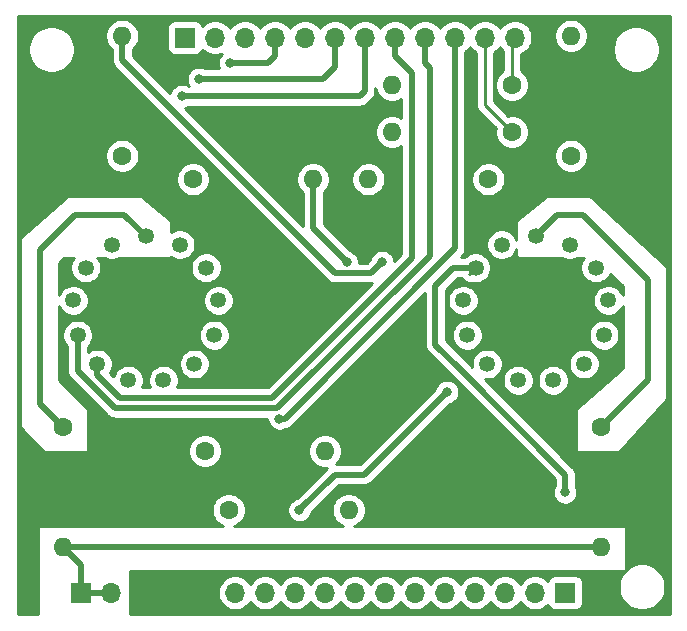
<source format=gtl>
G04 #@! TF.GenerationSoftware,KiCad,Pcbnew,5.1.6*
G04 #@! TF.CreationDate,2020-08-10T14:59:47+02:00*
G04 #@! TF.ProjectId,nixie_clock_holder,6e697869-655f-4636-9c6f-636b5f686f6c,rev?*
G04 #@! TF.SameCoordinates,Original*
G04 #@! TF.FileFunction,Copper,L1,Top*
G04 #@! TF.FilePolarity,Positive*
%FSLAX46Y46*%
G04 Gerber Fmt 4.6, Leading zero omitted, Abs format (unit mm)*
G04 Created by KiCad (PCBNEW 5.1.6) date 2020-08-10 14:59:47*
%MOMM*%
%LPD*%
G01*
G04 APERTURE LIST*
G04 #@! TA.AperFunction,ComponentPad*
%ADD10C,1.346200*%
G04 #@! TD*
G04 #@! TA.AperFunction,ComponentPad*
%ADD11O,1.600000X1.600000*%
G04 #@! TD*
G04 #@! TA.AperFunction,ComponentPad*
%ADD12C,1.600000*%
G04 #@! TD*
G04 #@! TA.AperFunction,ComponentPad*
%ADD13O,1.700000X1.700000*%
G04 #@! TD*
G04 #@! TA.AperFunction,ComponentPad*
%ADD14R,1.700000X1.700000*%
G04 #@! TD*
G04 #@! TA.AperFunction,ViaPad*
%ADD15C,0.800000*%
G04 #@! TD*
G04 #@! TA.AperFunction,Conductor*
%ADD16C,0.250000*%
G04 #@! TD*
G04 #@! TA.AperFunction,Conductor*
%ADD17C,0.500000*%
G04 #@! TD*
G04 #@! TA.AperFunction,Conductor*
%ADD18C,0.254000*%
G04 #@! TD*
G04 APERTURE END LIST*
D10*
G04 #@! TO.P,N1,RHDP*
G04 #@! TO.N,Net-(N1-PadRHDP)*
X183875280Y-98521220D03*
G04 #@! TO.P,N1,LHDP*
G04 #@! TO.N,Net-(N1-PadLHDP)*
X178124720Y-98521220D03*
G04 #@! TO.P,N1,A*
G04 #@! TO.N,Net-(N1-PadA)*
X181000000Y-97812560D03*
G04 #@! TO.P,N1,9*
G04 #@! TO.N,Net-(J1-Pad10)*
X174855740Y-103255780D03*
G04 #@! TO.P,N1,8*
G04 #@! TO.N,Net-(J1-Pad9)*
X175213880Y-106194560D03*
G04 #@! TO.P,N1,7*
G04 #@! TO.N,Net-(J1-Pad8)*
X176895360Y-108632960D03*
G04 #@! TO.P,N1,6*
G04 #@! TO.N,Net-(J1-Pad7)*
X179519180Y-110009640D03*
G04 #@! TO.P,N1,5*
G04 #@! TO.N,Net-(J1-Pad6)*
X182480820Y-110009640D03*
G04 #@! TO.P,N1,4*
G04 #@! TO.N,Net-(J1-Pad5)*
X185104640Y-108632960D03*
G04 #@! TO.P,N1,3*
G04 #@! TO.N,Net-(J1-Pad4)*
X186786120Y-106194560D03*
G04 #@! TO.P,N1,2*
G04 #@! TO.N,Net-(J1-Pad3)*
X187144260Y-103255780D03*
G04 #@! TO.P,N1,1*
G04 #@! TO.N,Net-(J1-Pad2)*
X186092700Y-100484640D03*
G04 #@! TO.P,N1,0*
G04 #@! TO.N,Net-(J1-Pad1)*
X175907300Y-100484640D03*
G04 #@! TD*
G04 #@! TO.P,N2,RHDP*
G04 #@! TO.N,Net-(N2-PadRHDP)*
X216875280Y-98521220D03*
G04 #@! TO.P,N2,LHDP*
G04 #@! TO.N,Net-(N2-PadLHDP)*
X211124720Y-98521220D03*
G04 #@! TO.P,N2,A*
G04 #@! TO.N,Net-(N2-PadA)*
X214000000Y-97812560D03*
G04 #@! TO.P,N2,9*
G04 #@! TO.N,Net-(J2-Pad10)*
X207855740Y-103255780D03*
G04 #@! TO.P,N2,8*
G04 #@! TO.N,Net-(J2-Pad9)*
X208213880Y-106194560D03*
G04 #@! TO.P,N2,7*
G04 #@! TO.N,Net-(J2-Pad8)*
X209895360Y-108632960D03*
G04 #@! TO.P,N2,6*
G04 #@! TO.N,Net-(J2-Pad7)*
X212519180Y-110009640D03*
G04 #@! TO.P,N2,5*
G04 #@! TO.N,Net-(J2-Pad6)*
X215480820Y-110009640D03*
G04 #@! TO.P,N2,4*
G04 #@! TO.N,Net-(J2-Pad5)*
X218104640Y-108632960D03*
G04 #@! TO.P,N2,3*
G04 #@! TO.N,Net-(J2-Pad4)*
X219786120Y-106194560D03*
G04 #@! TO.P,N2,2*
G04 #@! TO.N,Net-(J2-Pad3)*
X220144260Y-103255780D03*
G04 #@! TO.P,N2,1*
G04 #@! TO.N,Net-(J2-Pad2)*
X219092700Y-100484640D03*
G04 #@! TO.P,N2,0*
G04 #@! TO.N,Net-(J2-Pad1)*
X208907300Y-100484640D03*
G04 #@! TD*
D11*
G04 #@! TO.P,R10,2*
G04 #@! TO.N,Net-(O1-Pad7)*
X196160000Y-116000000D03*
D12*
G04 #@! TO.P,R10,1*
G04 #@! TO.N,Net-(J2-Pad12)*
X186000000Y-116000000D03*
G04 #@! TD*
D11*
G04 #@! TO.P,R9,2*
G04 #@! TO.N,Net-(O1-Pad5)*
X198160000Y-121000000D03*
D12*
G04 #@! TO.P,R9,1*
G04 #@! TO.N,Net-(J2-Pad11)*
X188000000Y-121000000D03*
G04 #@! TD*
D11*
G04 #@! TO.P,R8,2*
G04 #@! TO.N,Net-(O1-Pad3)*
X201840000Y-85000000D03*
D12*
G04 #@! TO.P,R8,1*
G04 #@! TO.N,Net-(J1-Pad12)*
X212000000Y-85000000D03*
G04 #@! TD*
D11*
G04 #@! TO.P,R7,2*
G04 #@! TO.N,Net-(O1-Pad1)*
X201840000Y-89000000D03*
D12*
G04 #@! TO.P,R7,1*
G04 #@! TO.N,Net-(J1-Pad11)*
X212000000Y-89000000D03*
G04 #@! TD*
D11*
G04 #@! TO.P,R6,2*
G04 #@! TO.N,Net-(O1-Pad9)*
X217000000Y-80840000D03*
D12*
G04 #@! TO.P,R6,1*
G04 #@! TO.N,Net-(N2-PadRHDP)*
X217000000Y-91000000D03*
G04 #@! TD*
D11*
G04 #@! TO.P,R5,2*
G04 #@! TO.N,Net-(O1-Pad11)*
X199840000Y-93000000D03*
D12*
G04 #@! TO.P,R5,1*
G04 #@! TO.N,Net-(N2-PadLHDP)*
X210000000Y-93000000D03*
G04 #@! TD*
D11*
G04 #@! TO.P,R4,2*
G04 #@! TO.N,Net-(O1-Pad13)*
X195160000Y-93000000D03*
D12*
G04 #@! TO.P,R4,1*
G04 #@! TO.N,Net-(N1-PadRHDP)*
X185000000Y-93000000D03*
G04 #@! TD*
D11*
G04 #@! TO.P,R3,2*
G04 #@! TO.N,Net-(O1-Pad15)*
X179000000Y-80840000D03*
D12*
G04 #@! TO.P,R3,1*
G04 #@! TO.N,Net-(N1-PadLHDP)*
X179000000Y-91000000D03*
G04 #@! TD*
D11*
G04 #@! TO.P,R2,2*
G04 #@! TO.N,Net-(J3-Pad1)*
X219500000Y-124160000D03*
D12*
G04 #@! TO.P,R2,1*
G04 #@! TO.N,Net-(N2-PadA)*
X219500000Y-114000000D03*
G04 #@! TD*
D11*
G04 #@! TO.P,R1,2*
G04 #@! TO.N,Net-(J3-Pad1)*
X174000000Y-124160000D03*
D12*
G04 #@! TO.P,R1,1*
G04 #@! TO.N,Net-(N1-PadA)*
X174000000Y-114000000D03*
G04 #@! TD*
D13*
G04 #@! TO.P,J3,4*
G04 #@! TO.N,GND*
X183120000Y-128000000D03*
G04 #@! TO.P,J3,3*
X180580000Y-128000000D03*
G04 #@! TO.P,J3,2*
G04 #@! TO.N,Net-(J3-Pad1)*
X178040000Y-128000000D03*
D14*
G04 #@! TO.P,J3,1*
X175500000Y-128000000D03*
G04 #@! TD*
D13*
G04 #@! TO.P,J2,12*
G04 #@! TO.N,Net-(J2-Pad12)*
X188560000Y-128000000D03*
G04 #@! TO.P,J2,11*
G04 #@! TO.N,Net-(J2-Pad11)*
X191100000Y-128000000D03*
G04 #@! TO.P,J2,10*
G04 #@! TO.N,Net-(J2-Pad10)*
X193640000Y-128000000D03*
G04 #@! TO.P,J2,9*
G04 #@! TO.N,Net-(J2-Pad9)*
X196180000Y-128000000D03*
G04 #@! TO.P,J2,8*
G04 #@! TO.N,Net-(J2-Pad8)*
X198720000Y-128000000D03*
G04 #@! TO.P,J2,7*
G04 #@! TO.N,Net-(J2-Pad7)*
X201260000Y-128000000D03*
G04 #@! TO.P,J2,6*
G04 #@! TO.N,Net-(J2-Pad6)*
X203800000Y-128000000D03*
G04 #@! TO.P,J2,5*
G04 #@! TO.N,Net-(J2-Pad5)*
X206340000Y-128000000D03*
G04 #@! TO.P,J2,4*
G04 #@! TO.N,Net-(J2-Pad4)*
X208880000Y-128000000D03*
G04 #@! TO.P,J2,3*
G04 #@! TO.N,Net-(J2-Pad3)*
X211420000Y-128000000D03*
G04 #@! TO.P,J2,2*
G04 #@! TO.N,Net-(J2-Pad2)*
X213960000Y-128000000D03*
D14*
G04 #@! TO.P,J2,1*
G04 #@! TO.N,Net-(J2-Pad1)*
X216500000Y-128000000D03*
G04 #@! TD*
D13*
G04 #@! TO.P,J1,12*
G04 #@! TO.N,Net-(J1-Pad12)*
X212240000Y-81000000D03*
G04 #@! TO.P,J1,11*
G04 #@! TO.N,Net-(J1-Pad11)*
X209700000Y-81000000D03*
G04 #@! TO.P,J1,10*
G04 #@! TO.N,Net-(J1-Pad10)*
X207160000Y-81000000D03*
G04 #@! TO.P,J1,9*
G04 #@! TO.N,Net-(J1-Pad9)*
X204620000Y-81000000D03*
G04 #@! TO.P,J1,8*
G04 #@! TO.N,Net-(J1-Pad8)*
X202080000Y-81000000D03*
G04 #@! TO.P,J1,7*
G04 #@! TO.N,Net-(J1-Pad7)*
X199540000Y-81000000D03*
G04 #@! TO.P,J1,6*
G04 #@! TO.N,Net-(J1-Pad6)*
X197000000Y-81000000D03*
G04 #@! TO.P,J1,5*
G04 #@! TO.N,Net-(J1-Pad5)*
X194460000Y-81000000D03*
G04 #@! TO.P,J1,4*
G04 #@! TO.N,Net-(J1-Pad4)*
X191920000Y-81000000D03*
G04 #@! TO.P,J1,3*
G04 #@! TO.N,Net-(J1-Pad3)*
X189380000Y-81000000D03*
G04 #@! TO.P,J1,2*
G04 #@! TO.N,Net-(J1-Pad2)*
X186840000Y-81000000D03*
D14*
G04 #@! TO.P,J1,1*
G04 #@! TO.N,Net-(J1-Pad1)*
X184300000Y-81000000D03*
G04 #@! TD*
D15*
G04 #@! TO.N,Net-(J1-Pad10)*
X192300000Y-113250000D03*
G04 #@! TO.N,Net-(J1-Pad7)*
X184050000Y-85950000D03*
G04 #@! TO.N,Net-(J1-Pad6)*
X185500000Y-84500000D03*
G04 #@! TO.N,Net-(J1-Pad4)*
X188125000Y-83125000D03*
G04 #@! TO.N,Net-(J2-Pad10)*
X194000000Y-121000000D03*
X206500000Y-111000000D03*
G04 #@! TO.N,Net-(J2-Pad1)*
X216500000Y-119500000D03*
G04 #@! TO.N,GND*
X190500000Y-96000000D03*
X184000000Y-89500000D03*
X202000000Y-95000000D03*
X210200000Y-121500000D03*
X212700000Y-121500000D03*
X196500000Y-87500000D03*
G04 #@! TO.N,Net-(O1-Pad15)*
X201000000Y-100000000D03*
G04 #@! TO.N,Net-(O1-Pad13)*
X198000000Y-100000000D03*
G04 #@! TD*
D16*
G04 #@! TO.N,Net-(J1-Pad12)*
X212000000Y-81240000D02*
X212240000Y-81000000D01*
X212000000Y-85000000D02*
X212000000Y-81240000D01*
G04 #@! TO.N,Net-(J1-Pad11)*
X209700000Y-86700000D02*
X212000000Y-89000000D01*
X209700000Y-81000000D02*
X209700000Y-86700000D01*
D17*
G04 #@! TO.N,Net-(J1-Pad10)*
X207160000Y-81000000D02*
X207160000Y-98840000D01*
X192750000Y-113250000D02*
X192300000Y-113250000D01*
X207160000Y-98840000D02*
X192750000Y-113250000D01*
G04 #@! TO.N,Net-(J1-Pad9)*
X204620000Y-81000000D02*
X204620000Y-83120000D01*
X204620000Y-83120000D02*
X205050000Y-83550000D01*
X205050000Y-83550000D02*
X205050000Y-99450000D01*
X205050000Y-99450000D02*
X192125000Y-112375000D01*
X192125000Y-112375000D02*
X178375000Y-112375000D01*
X175213880Y-109213880D02*
X175213880Y-106194560D01*
X178375000Y-112375000D02*
X175213880Y-109213880D01*
G04 #@! TO.N,Net-(J1-Pad8)*
X202080000Y-82580000D02*
X202080000Y-81000000D01*
X203500000Y-84000000D02*
X202080000Y-82580000D01*
X203500000Y-99700000D02*
X203500000Y-84000000D01*
X191700000Y-111500000D02*
X203500000Y-99700000D01*
X178810493Y-111500000D02*
X191700000Y-111500000D01*
X176895360Y-109584867D02*
X178810493Y-111500000D01*
X176895360Y-108632960D02*
X176895360Y-109584867D01*
G04 #@! TO.N,Net-(J1-Pad7)*
X199540000Y-81000000D02*
X199540000Y-85010000D01*
X199540000Y-85533002D02*
X199123002Y-85950000D01*
X199123002Y-85950000D02*
X184050000Y-85950000D01*
X199540000Y-85010000D02*
X199540000Y-85533002D01*
G04 #@! TO.N,Net-(J1-Pad6)*
X197000000Y-81000000D02*
X197000000Y-83500000D01*
X196000000Y-84500000D02*
X185500000Y-84500000D01*
X197000000Y-83500000D02*
X196000000Y-84500000D01*
G04 #@! TO.N,Net-(J1-Pad4)*
X191920000Y-81000000D02*
X191920000Y-82580000D01*
X191375000Y-83125000D02*
X188125000Y-83125000D01*
X191920000Y-82580000D02*
X191375000Y-83125000D01*
G04 #@! TO.N,Net-(J2-Pad10)*
X194000000Y-121000000D02*
X197000000Y-118000000D01*
X199500000Y-118000000D02*
X206500000Y-111000000D01*
X197000000Y-118000000D02*
X199500000Y-118000000D01*
D16*
G04 #@! TO.N,Net-(J2-Pad1)*
X208391940Y-101000000D02*
X208907300Y-100484640D01*
D17*
X207015360Y-100484640D02*
X208907300Y-100484640D01*
X205500000Y-102000000D02*
X207015360Y-100484640D01*
X205500000Y-107000000D02*
X205500000Y-102000000D01*
X216500000Y-119500000D02*
X216500000Y-118000000D01*
X216500000Y-118000000D02*
X207500000Y-109000000D01*
X207500000Y-109000000D02*
X205500000Y-107000000D01*
D16*
X212000000Y-113500000D02*
X207500000Y-109000000D01*
D17*
G04 #@! TO.N,Net-(J3-Pad1)*
X178040000Y-128000000D02*
X175500000Y-128000000D01*
X175500000Y-125660000D02*
X174000000Y-124160000D01*
X175500000Y-128000000D02*
X175500000Y-125660000D01*
X174000000Y-124160000D02*
X219500000Y-124160000D01*
G04 #@! TO.N,Net-(N1-PadA)*
X179187440Y-96000000D02*
X181000000Y-97812560D01*
X175000000Y-96000000D02*
X179187440Y-96000000D01*
X172000000Y-99000000D02*
X175000000Y-96000000D01*
X172000000Y-112000000D02*
X172000000Y-99000000D01*
X174000000Y-114000000D02*
X172000000Y-112000000D01*
G04 #@! TO.N,Net-(N2-PadA)*
X223500000Y-110000000D02*
X219500000Y-114000000D01*
X223500000Y-101500000D02*
X223500000Y-110000000D01*
X223500000Y-101500000D02*
X218000000Y-96000000D01*
X215812560Y-96000000D02*
X214000000Y-97812560D01*
X218000000Y-96000000D02*
X215812560Y-96000000D01*
G04 #@! TO.N,Net-(O1-Pad15)*
X179000000Y-82926998D02*
X197000000Y-100926998D01*
X179000000Y-80840000D02*
X179000000Y-82926998D01*
X200073002Y-100926998D02*
X201000000Y-100000000D01*
X197000000Y-100926998D02*
X200073002Y-100926998D01*
G04 #@! TO.N,Net-(O1-Pad13)*
X195160000Y-93000000D02*
X195160000Y-97160000D01*
X195160000Y-97160000D02*
X198000000Y-100000000D01*
G04 #@! TD*
D18*
G04 #@! TO.N,GND*
G36*
X225340001Y-129840000D02*
G01*
X179627000Y-129840000D01*
X179627000Y-127853740D01*
X187075000Y-127853740D01*
X187075000Y-128146260D01*
X187132068Y-128433158D01*
X187244010Y-128703411D01*
X187406525Y-128946632D01*
X187613368Y-129153475D01*
X187856589Y-129315990D01*
X188126842Y-129427932D01*
X188413740Y-129485000D01*
X188706260Y-129485000D01*
X188993158Y-129427932D01*
X189263411Y-129315990D01*
X189506632Y-129153475D01*
X189713475Y-128946632D01*
X189830000Y-128772240D01*
X189946525Y-128946632D01*
X190153368Y-129153475D01*
X190396589Y-129315990D01*
X190666842Y-129427932D01*
X190953740Y-129485000D01*
X191246260Y-129485000D01*
X191533158Y-129427932D01*
X191803411Y-129315990D01*
X192046632Y-129153475D01*
X192253475Y-128946632D01*
X192370000Y-128772240D01*
X192486525Y-128946632D01*
X192693368Y-129153475D01*
X192936589Y-129315990D01*
X193206842Y-129427932D01*
X193493740Y-129485000D01*
X193786260Y-129485000D01*
X194073158Y-129427932D01*
X194343411Y-129315990D01*
X194586632Y-129153475D01*
X194793475Y-128946632D01*
X194910000Y-128772240D01*
X195026525Y-128946632D01*
X195233368Y-129153475D01*
X195476589Y-129315990D01*
X195746842Y-129427932D01*
X196033740Y-129485000D01*
X196326260Y-129485000D01*
X196613158Y-129427932D01*
X196883411Y-129315990D01*
X197126632Y-129153475D01*
X197333475Y-128946632D01*
X197450000Y-128772240D01*
X197566525Y-128946632D01*
X197773368Y-129153475D01*
X198016589Y-129315990D01*
X198286842Y-129427932D01*
X198573740Y-129485000D01*
X198866260Y-129485000D01*
X199153158Y-129427932D01*
X199423411Y-129315990D01*
X199666632Y-129153475D01*
X199873475Y-128946632D01*
X199990000Y-128772240D01*
X200106525Y-128946632D01*
X200313368Y-129153475D01*
X200556589Y-129315990D01*
X200826842Y-129427932D01*
X201113740Y-129485000D01*
X201406260Y-129485000D01*
X201693158Y-129427932D01*
X201963411Y-129315990D01*
X202206632Y-129153475D01*
X202413475Y-128946632D01*
X202530000Y-128772240D01*
X202646525Y-128946632D01*
X202853368Y-129153475D01*
X203096589Y-129315990D01*
X203366842Y-129427932D01*
X203653740Y-129485000D01*
X203946260Y-129485000D01*
X204233158Y-129427932D01*
X204503411Y-129315990D01*
X204746632Y-129153475D01*
X204953475Y-128946632D01*
X205070000Y-128772240D01*
X205186525Y-128946632D01*
X205393368Y-129153475D01*
X205636589Y-129315990D01*
X205906842Y-129427932D01*
X206193740Y-129485000D01*
X206486260Y-129485000D01*
X206773158Y-129427932D01*
X207043411Y-129315990D01*
X207286632Y-129153475D01*
X207493475Y-128946632D01*
X207610000Y-128772240D01*
X207726525Y-128946632D01*
X207933368Y-129153475D01*
X208176589Y-129315990D01*
X208446842Y-129427932D01*
X208733740Y-129485000D01*
X209026260Y-129485000D01*
X209313158Y-129427932D01*
X209583411Y-129315990D01*
X209826632Y-129153475D01*
X210033475Y-128946632D01*
X210150000Y-128772240D01*
X210266525Y-128946632D01*
X210473368Y-129153475D01*
X210716589Y-129315990D01*
X210986842Y-129427932D01*
X211273740Y-129485000D01*
X211566260Y-129485000D01*
X211853158Y-129427932D01*
X212123411Y-129315990D01*
X212366632Y-129153475D01*
X212573475Y-128946632D01*
X212690000Y-128772240D01*
X212806525Y-128946632D01*
X213013368Y-129153475D01*
X213256589Y-129315990D01*
X213526842Y-129427932D01*
X213813740Y-129485000D01*
X214106260Y-129485000D01*
X214393158Y-129427932D01*
X214663411Y-129315990D01*
X214906632Y-129153475D01*
X215038487Y-129021620D01*
X215060498Y-129094180D01*
X215119463Y-129204494D01*
X215198815Y-129301185D01*
X215295506Y-129380537D01*
X215405820Y-129439502D01*
X215525518Y-129475812D01*
X215650000Y-129488072D01*
X217350000Y-129488072D01*
X217474482Y-129475812D01*
X217594180Y-129439502D01*
X217704494Y-129380537D01*
X217801185Y-129301185D01*
X217880537Y-129204494D01*
X217939502Y-129094180D01*
X217975812Y-128974482D01*
X217988072Y-128850000D01*
X217988072Y-127304495D01*
X221015000Y-127304495D01*
X221015000Y-127695505D01*
X221091282Y-128079003D01*
X221240915Y-128440250D01*
X221458149Y-128765364D01*
X221734636Y-129041851D01*
X222059750Y-129259085D01*
X222420997Y-129408718D01*
X222804495Y-129485000D01*
X223195505Y-129485000D01*
X223579003Y-129408718D01*
X223940250Y-129259085D01*
X224265364Y-129041851D01*
X224541851Y-128765364D01*
X224759085Y-128440250D01*
X224908718Y-128079003D01*
X224985000Y-127695505D01*
X224985000Y-127304495D01*
X224908718Y-126920997D01*
X224759085Y-126559750D01*
X224541851Y-126234636D01*
X224265364Y-125958149D01*
X223940250Y-125740915D01*
X223579003Y-125591282D01*
X223195505Y-125515000D01*
X222804495Y-125515000D01*
X222420997Y-125591282D01*
X222059750Y-125740915D01*
X221734636Y-125958149D01*
X221458149Y-126234636D01*
X221240915Y-126559750D01*
X221091282Y-126920997D01*
X221015000Y-127304495D01*
X217988072Y-127304495D01*
X217988072Y-127150000D01*
X217975812Y-127025518D01*
X217939502Y-126905820D01*
X217880537Y-126795506D01*
X217801185Y-126698815D01*
X217704494Y-126619463D01*
X217594180Y-126560498D01*
X217474482Y-126524188D01*
X217350000Y-126511928D01*
X215650000Y-126511928D01*
X215525518Y-126524188D01*
X215405820Y-126560498D01*
X215295506Y-126619463D01*
X215198815Y-126698815D01*
X215119463Y-126795506D01*
X215060498Y-126905820D01*
X215038487Y-126978380D01*
X214906632Y-126846525D01*
X214663411Y-126684010D01*
X214393158Y-126572068D01*
X214106260Y-126515000D01*
X213813740Y-126515000D01*
X213526842Y-126572068D01*
X213256589Y-126684010D01*
X213013368Y-126846525D01*
X212806525Y-127053368D01*
X212690000Y-127227760D01*
X212573475Y-127053368D01*
X212366632Y-126846525D01*
X212123411Y-126684010D01*
X211853158Y-126572068D01*
X211566260Y-126515000D01*
X211273740Y-126515000D01*
X210986842Y-126572068D01*
X210716589Y-126684010D01*
X210473368Y-126846525D01*
X210266525Y-127053368D01*
X210150000Y-127227760D01*
X210033475Y-127053368D01*
X209826632Y-126846525D01*
X209583411Y-126684010D01*
X209313158Y-126572068D01*
X209026260Y-126515000D01*
X208733740Y-126515000D01*
X208446842Y-126572068D01*
X208176589Y-126684010D01*
X207933368Y-126846525D01*
X207726525Y-127053368D01*
X207610000Y-127227760D01*
X207493475Y-127053368D01*
X207286632Y-126846525D01*
X207043411Y-126684010D01*
X206773158Y-126572068D01*
X206486260Y-126515000D01*
X206193740Y-126515000D01*
X205906842Y-126572068D01*
X205636589Y-126684010D01*
X205393368Y-126846525D01*
X205186525Y-127053368D01*
X205070000Y-127227760D01*
X204953475Y-127053368D01*
X204746632Y-126846525D01*
X204503411Y-126684010D01*
X204233158Y-126572068D01*
X203946260Y-126515000D01*
X203653740Y-126515000D01*
X203366842Y-126572068D01*
X203096589Y-126684010D01*
X202853368Y-126846525D01*
X202646525Y-127053368D01*
X202530000Y-127227760D01*
X202413475Y-127053368D01*
X202206632Y-126846525D01*
X201963411Y-126684010D01*
X201693158Y-126572068D01*
X201406260Y-126515000D01*
X201113740Y-126515000D01*
X200826842Y-126572068D01*
X200556589Y-126684010D01*
X200313368Y-126846525D01*
X200106525Y-127053368D01*
X199990000Y-127227760D01*
X199873475Y-127053368D01*
X199666632Y-126846525D01*
X199423411Y-126684010D01*
X199153158Y-126572068D01*
X198866260Y-126515000D01*
X198573740Y-126515000D01*
X198286842Y-126572068D01*
X198016589Y-126684010D01*
X197773368Y-126846525D01*
X197566525Y-127053368D01*
X197450000Y-127227760D01*
X197333475Y-127053368D01*
X197126632Y-126846525D01*
X196883411Y-126684010D01*
X196613158Y-126572068D01*
X196326260Y-126515000D01*
X196033740Y-126515000D01*
X195746842Y-126572068D01*
X195476589Y-126684010D01*
X195233368Y-126846525D01*
X195026525Y-127053368D01*
X194910000Y-127227760D01*
X194793475Y-127053368D01*
X194586632Y-126846525D01*
X194343411Y-126684010D01*
X194073158Y-126572068D01*
X193786260Y-126515000D01*
X193493740Y-126515000D01*
X193206842Y-126572068D01*
X192936589Y-126684010D01*
X192693368Y-126846525D01*
X192486525Y-127053368D01*
X192370000Y-127227760D01*
X192253475Y-127053368D01*
X192046632Y-126846525D01*
X191803411Y-126684010D01*
X191533158Y-126572068D01*
X191246260Y-126515000D01*
X190953740Y-126515000D01*
X190666842Y-126572068D01*
X190396589Y-126684010D01*
X190153368Y-126846525D01*
X189946525Y-127053368D01*
X189830000Y-127227760D01*
X189713475Y-127053368D01*
X189506632Y-126846525D01*
X189263411Y-126684010D01*
X188993158Y-126572068D01*
X188706260Y-126515000D01*
X188413740Y-126515000D01*
X188126842Y-126572068D01*
X187856589Y-126684010D01*
X187613368Y-126846525D01*
X187406525Y-127053368D01*
X187244010Y-127296589D01*
X187132068Y-127566842D01*
X187075000Y-127853740D01*
X179627000Y-127853740D01*
X179627000Y-126127000D01*
X221500000Y-126127000D01*
X221524776Y-126124560D01*
X221548601Y-126117333D01*
X221570557Y-126105597D01*
X221589803Y-126089803D01*
X221605597Y-126070557D01*
X221617333Y-126048601D01*
X221624560Y-126024776D01*
X221627000Y-126000000D01*
X221627000Y-122500000D01*
X221624560Y-122475224D01*
X221617333Y-122451399D01*
X221605597Y-122429443D01*
X221589803Y-122410197D01*
X221570557Y-122394403D01*
X221548601Y-122382667D01*
X221524776Y-122375440D01*
X221500000Y-122373000D01*
X198595119Y-122373000D01*
X198839727Y-122271680D01*
X199074759Y-122114637D01*
X199274637Y-121914759D01*
X199431680Y-121679727D01*
X199539853Y-121418574D01*
X199595000Y-121141335D01*
X199595000Y-120858665D01*
X199539853Y-120581426D01*
X199431680Y-120320273D01*
X199274637Y-120085241D01*
X199074759Y-119885363D01*
X198839727Y-119728320D01*
X198578574Y-119620147D01*
X198301335Y-119565000D01*
X198018665Y-119565000D01*
X197741426Y-119620147D01*
X197480273Y-119728320D01*
X197245241Y-119885363D01*
X197045363Y-120085241D01*
X196888320Y-120320273D01*
X196780147Y-120581426D01*
X196725000Y-120858665D01*
X196725000Y-121141335D01*
X196780147Y-121418574D01*
X196888320Y-121679727D01*
X197045363Y-121914759D01*
X197245241Y-122114637D01*
X197480273Y-122271680D01*
X197724881Y-122373000D01*
X188435119Y-122373000D01*
X188679727Y-122271680D01*
X188914759Y-122114637D01*
X189114637Y-121914759D01*
X189271680Y-121679727D01*
X189379853Y-121418574D01*
X189435000Y-121141335D01*
X189435000Y-120898061D01*
X192965000Y-120898061D01*
X192965000Y-121101939D01*
X193004774Y-121301898D01*
X193082795Y-121490256D01*
X193196063Y-121659774D01*
X193340226Y-121803937D01*
X193509744Y-121917205D01*
X193698102Y-121995226D01*
X193898061Y-122035000D01*
X194101939Y-122035000D01*
X194301898Y-121995226D01*
X194490256Y-121917205D01*
X194659774Y-121803937D01*
X194803937Y-121659774D01*
X194917205Y-121490256D01*
X194995226Y-121301898D01*
X195006535Y-121245043D01*
X197366579Y-118885000D01*
X199456531Y-118885000D01*
X199500000Y-118889281D01*
X199543469Y-118885000D01*
X199543477Y-118885000D01*
X199673490Y-118872195D01*
X199840313Y-118821589D01*
X199994059Y-118739411D01*
X200128817Y-118628817D01*
X200156534Y-118595044D01*
X206745044Y-112006535D01*
X206801898Y-111995226D01*
X206990256Y-111917205D01*
X207159774Y-111803937D01*
X207303937Y-111659774D01*
X207417205Y-111490256D01*
X207495226Y-111301898D01*
X207535000Y-111101939D01*
X207535000Y-110898061D01*
X207495226Y-110698102D01*
X207417205Y-110509744D01*
X207303937Y-110340226D01*
X207159774Y-110196063D01*
X206990256Y-110082795D01*
X206801898Y-110004774D01*
X206601939Y-109965000D01*
X206398061Y-109965000D01*
X206198102Y-110004774D01*
X206009744Y-110082795D01*
X205840226Y-110196063D01*
X205696063Y-110340226D01*
X205582795Y-110509744D01*
X205504774Y-110698102D01*
X205493465Y-110754956D01*
X199133422Y-117115000D01*
X197074216Y-117115000D01*
X197074759Y-117114637D01*
X197274637Y-116914759D01*
X197431680Y-116679727D01*
X197539853Y-116418574D01*
X197595000Y-116141335D01*
X197595000Y-115858665D01*
X197539853Y-115581426D01*
X197431680Y-115320273D01*
X197274637Y-115085241D01*
X197074759Y-114885363D01*
X196839727Y-114728320D01*
X196578574Y-114620147D01*
X196301335Y-114565000D01*
X196018665Y-114565000D01*
X195741426Y-114620147D01*
X195480273Y-114728320D01*
X195245241Y-114885363D01*
X195045363Y-115085241D01*
X194888320Y-115320273D01*
X194780147Y-115581426D01*
X194725000Y-115858665D01*
X194725000Y-116141335D01*
X194780147Y-116418574D01*
X194888320Y-116679727D01*
X195045363Y-116914759D01*
X195245241Y-117114637D01*
X195480273Y-117271680D01*
X195741426Y-117379853D01*
X196018665Y-117435000D01*
X196301335Y-117435000D01*
X196316422Y-117431999D01*
X193754957Y-119993465D01*
X193698102Y-120004774D01*
X193509744Y-120082795D01*
X193340226Y-120196063D01*
X193196063Y-120340226D01*
X193082795Y-120509744D01*
X193004774Y-120698102D01*
X192965000Y-120898061D01*
X189435000Y-120898061D01*
X189435000Y-120858665D01*
X189379853Y-120581426D01*
X189271680Y-120320273D01*
X189114637Y-120085241D01*
X188914759Y-119885363D01*
X188679727Y-119728320D01*
X188418574Y-119620147D01*
X188141335Y-119565000D01*
X187858665Y-119565000D01*
X187581426Y-119620147D01*
X187320273Y-119728320D01*
X187085241Y-119885363D01*
X186885363Y-120085241D01*
X186728320Y-120320273D01*
X186620147Y-120581426D01*
X186565000Y-120858665D01*
X186565000Y-121141335D01*
X186620147Y-121418574D01*
X186728320Y-121679727D01*
X186885363Y-121914759D01*
X187085241Y-122114637D01*
X187320273Y-122271680D01*
X187564881Y-122373000D01*
X172000000Y-122373000D01*
X171975224Y-122375440D01*
X171951399Y-122382667D01*
X171929443Y-122394403D01*
X171910197Y-122410197D01*
X171894403Y-122429443D01*
X171882667Y-122451399D01*
X171875440Y-122475224D01*
X171873000Y-122500000D01*
X171873000Y-129840000D01*
X170160000Y-129840000D01*
X170160000Y-98000000D01*
X170373000Y-98000000D01*
X170373000Y-114000000D01*
X170375440Y-114024776D01*
X170382667Y-114048601D01*
X170394403Y-114070557D01*
X170410197Y-114089803D01*
X172410197Y-116089803D01*
X172429443Y-116105597D01*
X172451399Y-116117333D01*
X172475224Y-116124560D01*
X172500000Y-116127000D01*
X176000000Y-116127000D01*
X176024776Y-116124560D01*
X176048601Y-116117333D01*
X176070557Y-116105597D01*
X176089803Y-116089803D01*
X176105597Y-116070557D01*
X176117333Y-116048601D01*
X176124560Y-116024776D01*
X176127000Y-116000000D01*
X176127000Y-115858665D01*
X184565000Y-115858665D01*
X184565000Y-116141335D01*
X184620147Y-116418574D01*
X184728320Y-116679727D01*
X184885363Y-116914759D01*
X185085241Y-117114637D01*
X185320273Y-117271680D01*
X185581426Y-117379853D01*
X185858665Y-117435000D01*
X186141335Y-117435000D01*
X186418574Y-117379853D01*
X186679727Y-117271680D01*
X186914759Y-117114637D01*
X187114637Y-116914759D01*
X187271680Y-116679727D01*
X187379853Y-116418574D01*
X187435000Y-116141335D01*
X187435000Y-115858665D01*
X187379853Y-115581426D01*
X187271680Y-115320273D01*
X187114637Y-115085241D01*
X186914759Y-114885363D01*
X186679727Y-114728320D01*
X186418574Y-114620147D01*
X186141335Y-114565000D01*
X185858665Y-114565000D01*
X185581426Y-114620147D01*
X185320273Y-114728320D01*
X185085241Y-114885363D01*
X184885363Y-115085241D01*
X184728320Y-115320273D01*
X184620147Y-115581426D01*
X184565000Y-115858665D01*
X176127000Y-115858665D01*
X176127000Y-112500000D01*
X176124560Y-112475224D01*
X176117333Y-112451399D01*
X176105597Y-112429443D01*
X176089803Y-112410197D01*
X173627000Y-109947394D01*
X173627000Y-106065723D01*
X173905780Y-106065723D01*
X173905780Y-106323397D01*
X173956050Y-106576119D01*
X174054657Y-106814178D01*
X174197813Y-107028425D01*
X174328881Y-107159493D01*
X174328880Y-109170411D01*
X174324599Y-109213880D01*
X174328880Y-109257349D01*
X174328880Y-109257356D01*
X174341685Y-109387369D01*
X174392291Y-109554192D01*
X174474469Y-109707938D01*
X174585063Y-109842697D01*
X174618836Y-109870414D01*
X177718470Y-112970049D01*
X177746183Y-113003817D01*
X177779951Y-113031530D01*
X177779953Y-113031532D01*
X177880940Y-113114410D01*
X177880941Y-113114411D01*
X178034687Y-113196589D01*
X178201510Y-113247195D01*
X178331523Y-113260000D01*
X178331531Y-113260000D01*
X178375000Y-113264281D01*
X178418469Y-113260000D01*
X191265000Y-113260000D01*
X191265000Y-113351939D01*
X191304774Y-113551898D01*
X191382795Y-113740256D01*
X191496063Y-113909774D01*
X191640226Y-114053937D01*
X191809744Y-114167205D01*
X191998102Y-114245226D01*
X192198061Y-114285000D01*
X192401939Y-114285000D01*
X192601898Y-114245226D01*
X192790256Y-114167205D01*
X192846230Y-114129804D01*
X192923490Y-114122195D01*
X193090313Y-114071589D01*
X193244059Y-113989411D01*
X193378817Y-113878817D01*
X193406534Y-113845044D01*
X204615001Y-102636578D01*
X204615000Y-106956531D01*
X204610719Y-107000000D01*
X204615000Y-107043469D01*
X204615000Y-107043476D01*
X204627805Y-107173489D01*
X204678411Y-107340312D01*
X204760589Y-107494058D01*
X204871183Y-107628817D01*
X204904956Y-107656534D01*
X206904953Y-109656532D01*
X206904959Y-109656537D01*
X215615001Y-118366580D01*
X215615000Y-118961545D01*
X215582795Y-119009744D01*
X215504774Y-119198102D01*
X215465000Y-119398061D01*
X215465000Y-119601939D01*
X215504774Y-119801898D01*
X215582795Y-119990256D01*
X215696063Y-120159774D01*
X215840226Y-120303937D01*
X216009744Y-120417205D01*
X216198102Y-120495226D01*
X216398061Y-120535000D01*
X216601939Y-120535000D01*
X216801898Y-120495226D01*
X216990256Y-120417205D01*
X217159774Y-120303937D01*
X217303937Y-120159774D01*
X217417205Y-119990256D01*
X217495226Y-119801898D01*
X217535000Y-119601939D01*
X217535000Y-119398061D01*
X217495226Y-119198102D01*
X217417205Y-119009744D01*
X217385000Y-118961546D01*
X217385000Y-118043466D01*
X217389281Y-117999999D01*
X217385000Y-117956533D01*
X217385000Y-117956523D01*
X217372195Y-117826510D01*
X217321589Y-117659687D01*
X217239411Y-117505941D01*
X217181191Y-117435000D01*
X217156532Y-117404953D01*
X217156530Y-117404951D01*
X217128817Y-117371183D01*
X217095049Y-117343470D01*
X209674292Y-109922714D01*
X209766523Y-109941060D01*
X210024197Y-109941060D01*
X210276919Y-109890790D01*
X210301029Y-109880803D01*
X211211080Y-109880803D01*
X211211080Y-110138477D01*
X211261350Y-110391199D01*
X211359957Y-110629258D01*
X211503113Y-110843505D01*
X211685315Y-111025707D01*
X211899562Y-111168863D01*
X212137621Y-111267470D01*
X212390343Y-111317740D01*
X212648017Y-111317740D01*
X212900739Y-111267470D01*
X213138798Y-111168863D01*
X213353045Y-111025707D01*
X213535247Y-110843505D01*
X213678403Y-110629258D01*
X213777010Y-110391199D01*
X213827280Y-110138477D01*
X213827280Y-109880803D01*
X214172720Y-109880803D01*
X214172720Y-110138477D01*
X214222990Y-110391199D01*
X214321597Y-110629258D01*
X214464753Y-110843505D01*
X214646955Y-111025707D01*
X214861202Y-111168863D01*
X215099261Y-111267470D01*
X215351983Y-111317740D01*
X215609657Y-111317740D01*
X215862379Y-111267470D01*
X216100438Y-111168863D01*
X216314685Y-111025707D01*
X216496887Y-110843505D01*
X216640043Y-110629258D01*
X216738650Y-110391199D01*
X216788920Y-110138477D01*
X216788920Y-109880803D01*
X216738650Y-109628081D01*
X216640043Y-109390022D01*
X216496887Y-109175775D01*
X216314685Y-108993573D01*
X216100438Y-108850417D01*
X215862379Y-108751810D01*
X215609657Y-108701540D01*
X215351983Y-108701540D01*
X215099261Y-108751810D01*
X214861202Y-108850417D01*
X214646955Y-108993573D01*
X214464753Y-109175775D01*
X214321597Y-109390022D01*
X214222990Y-109628081D01*
X214172720Y-109880803D01*
X213827280Y-109880803D01*
X213777010Y-109628081D01*
X213678403Y-109390022D01*
X213535247Y-109175775D01*
X213353045Y-108993573D01*
X213138798Y-108850417D01*
X212900739Y-108751810D01*
X212648017Y-108701540D01*
X212390343Y-108701540D01*
X212137621Y-108751810D01*
X211899562Y-108850417D01*
X211685315Y-108993573D01*
X211503113Y-109175775D01*
X211359957Y-109390022D01*
X211261350Y-109628081D01*
X211211080Y-109880803D01*
X210301029Y-109880803D01*
X210514978Y-109792183D01*
X210729225Y-109649027D01*
X210911427Y-109466825D01*
X211054583Y-109252578D01*
X211153190Y-109014519D01*
X211203460Y-108761797D01*
X211203460Y-108504123D01*
X216796540Y-108504123D01*
X216796540Y-108761797D01*
X216846810Y-109014519D01*
X216945417Y-109252578D01*
X217088573Y-109466825D01*
X217270775Y-109649027D01*
X217485022Y-109792183D01*
X217723081Y-109890790D01*
X217975803Y-109941060D01*
X218233477Y-109941060D01*
X218486199Y-109890790D01*
X218724258Y-109792183D01*
X218938505Y-109649027D01*
X219120707Y-109466825D01*
X219263863Y-109252578D01*
X219362470Y-109014519D01*
X219412740Y-108761797D01*
X219412740Y-108504123D01*
X219362470Y-108251401D01*
X219263863Y-108013342D01*
X219120707Y-107799095D01*
X218938505Y-107616893D01*
X218724258Y-107473737D01*
X218486199Y-107375130D01*
X218233477Y-107324860D01*
X217975803Y-107324860D01*
X217723081Y-107375130D01*
X217485022Y-107473737D01*
X217270775Y-107616893D01*
X217088573Y-107799095D01*
X216945417Y-108013342D01*
X216846810Y-108251401D01*
X216796540Y-108504123D01*
X211203460Y-108504123D01*
X211153190Y-108251401D01*
X211054583Y-108013342D01*
X210911427Y-107799095D01*
X210729225Y-107616893D01*
X210514978Y-107473737D01*
X210276919Y-107375130D01*
X210024197Y-107324860D01*
X209766523Y-107324860D01*
X209513801Y-107375130D01*
X209275742Y-107473737D01*
X209061495Y-107616893D01*
X208879293Y-107799095D01*
X208736137Y-108013342D01*
X208637530Y-108251401D01*
X208587260Y-108504123D01*
X208587260Y-108761797D01*
X208605606Y-108854028D01*
X208156537Y-108404959D01*
X208156532Y-108404953D01*
X206385000Y-106633422D01*
X206385000Y-106065723D01*
X206905780Y-106065723D01*
X206905780Y-106323397D01*
X206956050Y-106576119D01*
X207054657Y-106814178D01*
X207197813Y-107028425D01*
X207380015Y-107210627D01*
X207594262Y-107353783D01*
X207832321Y-107452390D01*
X208085043Y-107502660D01*
X208342717Y-107502660D01*
X208595439Y-107452390D01*
X208833498Y-107353783D01*
X209047745Y-107210627D01*
X209229947Y-107028425D01*
X209373103Y-106814178D01*
X209471710Y-106576119D01*
X209521980Y-106323397D01*
X209521980Y-106065723D01*
X218478020Y-106065723D01*
X218478020Y-106323397D01*
X218528290Y-106576119D01*
X218626897Y-106814178D01*
X218770053Y-107028425D01*
X218952255Y-107210627D01*
X219166502Y-107353783D01*
X219404561Y-107452390D01*
X219657283Y-107502660D01*
X219914957Y-107502660D01*
X220167679Y-107452390D01*
X220405738Y-107353783D01*
X220619985Y-107210627D01*
X220802187Y-107028425D01*
X220945343Y-106814178D01*
X221043950Y-106576119D01*
X221094220Y-106323397D01*
X221094220Y-106065723D01*
X221043950Y-105813001D01*
X220945343Y-105574942D01*
X220802187Y-105360695D01*
X220619985Y-105178493D01*
X220405738Y-105035337D01*
X220167679Y-104936730D01*
X219914957Y-104886460D01*
X219657283Y-104886460D01*
X219404561Y-104936730D01*
X219166502Y-105035337D01*
X218952255Y-105178493D01*
X218770053Y-105360695D01*
X218626897Y-105574942D01*
X218528290Y-105813001D01*
X218478020Y-106065723D01*
X209521980Y-106065723D01*
X209471710Y-105813001D01*
X209373103Y-105574942D01*
X209229947Y-105360695D01*
X209047745Y-105178493D01*
X208833498Y-105035337D01*
X208595439Y-104936730D01*
X208342717Y-104886460D01*
X208085043Y-104886460D01*
X207832321Y-104936730D01*
X207594262Y-105035337D01*
X207380015Y-105178493D01*
X207197813Y-105360695D01*
X207054657Y-105574942D01*
X206956050Y-105813001D01*
X206905780Y-106065723D01*
X206385000Y-106065723D01*
X206385000Y-103126943D01*
X206547640Y-103126943D01*
X206547640Y-103384617D01*
X206597910Y-103637339D01*
X206696517Y-103875398D01*
X206839673Y-104089645D01*
X207021875Y-104271847D01*
X207236122Y-104415003D01*
X207474181Y-104513610D01*
X207726903Y-104563880D01*
X207984577Y-104563880D01*
X208237299Y-104513610D01*
X208475358Y-104415003D01*
X208689605Y-104271847D01*
X208871807Y-104089645D01*
X209014963Y-103875398D01*
X209113570Y-103637339D01*
X209163840Y-103384617D01*
X209163840Y-103126943D01*
X209113570Y-102874221D01*
X209014963Y-102636162D01*
X208871807Y-102421915D01*
X208689605Y-102239713D01*
X208475358Y-102096557D01*
X208237299Y-101997950D01*
X207984577Y-101947680D01*
X207726903Y-101947680D01*
X207474181Y-101997950D01*
X207236122Y-102096557D01*
X207021875Y-102239713D01*
X206839673Y-102421915D01*
X206696517Y-102636162D01*
X206597910Y-102874221D01*
X206547640Y-103126943D01*
X206385000Y-103126943D01*
X206385000Y-102366578D01*
X207381939Y-101369640D01*
X207727762Y-101369640D01*
X207756966Y-101424276D01*
X207851939Y-101540001D01*
X207967664Y-101634974D01*
X208099694Y-101705546D01*
X208242955Y-101749002D01*
X208391940Y-101763676D01*
X208540925Y-101749002D01*
X208547917Y-101746881D01*
X208778463Y-101792740D01*
X209036137Y-101792740D01*
X209288859Y-101742470D01*
X209526918Y-101643863D01*
X209741165Y-101500707D01*
X209923367Y-101318505D01*
X210066523Y-101104258D01*
X210165130Y-100866199D01*
X210215400Y-100613477D01*
X210215400Y-100355803D01*
X210165130Y-100103081D01*
X210066523Y-99865022D01*
X209923367Y-99650775D01*
X209741165Y-99468573D01*
X209526918Y-99325417D01*
X209288859Y-99226810D01*
X209036137Y-99176540D01*
X208778463Y-99176540D01*
X208525741Y-99226810D01*
X208287682Y-99325417D01*
X208073435Y-99468573D01*
X207942368Y-99599640D01*
X207651939Y-99599640D01*
X207755049Y-99496530D01*
X207788817Y-99468817D01*
X207841230Y-99404953D01*
X207899410Y-99334060D01*
X207904030Y-99325417D01*
X207981589Y-99180313D01*
X208032195Y-99013490D01*
X208045000Y-98883477D01*
X208045000Y-98883467D01*
X208049281Y-98840001D01*
X208045000Y-98796535D01*
X208045000Y-98392383D01*
X209816620Y-98392383D01*
X209816620Y-98650057D01*
X209866890Y-98902779D01*
X209965497Y-99140838D01*
X210108653Y-99355085D01*
X210290855Y-99537287D01*
X210505102Y-99680443D01*
X210743161Y-99779050D01*
X210995883Y-99829320D01*
X211253557Y-99829320D01*
X211506279Y-99779050D01*
X211744338Y-99680443D01*
X211958585Y-99537287D01*
X212140787Y-99355085D01*
X212283943Y-99140838D01*
X212373000Y-98925835D01*
X212373000Y-99500000D01*
X212375440Y-99524776D01*
X212382667Y-99548601D01*
X212394403Y-99570557D01*
X212410197Y-99589803D01*
X212429443Y-99605597D01*
X212451399Y-99617333D01*
X212475224Y-99624560D01*
X212500000Y-99627000D01*
X216175679Y-99627000D01*
X216255662Y-99680443D01*
X216493721Y-99779050D01*
X216746443Y-99829320D01*
X217004117Y-99829320D01*
X217256839Y-99779050D01*
X217494898Y-99680443D01*
X217574881Y-99627000D01*
X218100408Y-99627000D01*
X218076633Y-99650775D01*
X217933477Y-99865022D01*
X217834870Y-100103081D01*
X217784600Y-100355803D01*
X217784600Y-100613477D01*
X217834870Y-100866199D01*
X217933477Y-101104258D01*
X218076633Y-101318505D01*
X218258835Y-101500707D01*
X218473082Y-101643863D01*
X218711141Y-101742470D01*
X218963863Y-101792740D01*
X219221537Y-101792740D01*
X219474259Y-101742470D01*
X219712318Y-101643863D01*
X219926565Y-101500707D01*
X220108767Y-101318505D01*
X220251923Y-101104258D01*
X220302514Y-100982120D01*
X221373000Y-102052606D01*
X221373000Y-102803991D01*
X221303483Y-102636162D01*
X221160327Y-102421915D01*
X220978125Y-102239713D01*
X220763878Y-102096557D01*
X220525819Y-101997950D01*
X220273097Y-101947680D01*
X220015423Y-101947680D01*
X219762701Y-101997950D01*
X219524642Y-102096557D01*
X219310395Y-102239713D01*
X219128193Y-102421915D01*
X218985037Y-102636162D01*
X218886430Y-102874221D01*
X218836160Y-103126943D01*
X218836160Y-103384617D01*
X218886430Y-103637339D01*
X218985037Y-103875398D01*
X219128193Y-104089645D01*
X219310395Y-104271847D01*
X219524642Y-104415003D01*
X219762701Y-104513610D01*
X220015423Y-104563880D01*
X220273097Y-104563880D01*
X220525819Y-104513610D01*
X220763878Y-104415003D01*
X220978125Y-104271847D01*
X221160327Y-104089645D01*
X221303483Y-103875398D01*
X221373000Y-103707569D01*
X221373000Y-108942372D01*
X217416370Y-112404423D01*
X217394403Y-112429443D01*
X217382667Y-112451399D01*
X217375440Y-112475224D01*
X217373000Y-112500000D01*
X217373000Y-116000000D01*
X217375440Y-116024776D01*
X217382667Y-116048601D01*
X217394403Y-116070557D01*
X217410197Y-116089803D01*
X217429443Y-116105597D01*
X217451399Y-116117333D01*
X217475224Y-116124560D01*
X217500000Y-116127000D01*
X221000000Y-116127000D01*
X221032048Y-116122890D01*
X221055407Y-116114276D01*
X221076637Y-116101271D01*
X221094921Y-116084374D01*
X225094921Y-111584374D01*
X225105597Y-111570557D01*
X225117333Y-111548601D01*
X225124560Y-111524776D01*
X225127000Y-111500000D01*
X225127000Y-100500000D01*
X225123470Y-100470265D01*
X225115296Y-100446748D01*
X225102692Y-100425278D01*
X225086142Y-100406680D01*
X218586142Y-94406680D01*
X218570557Y-94394403D01*
X218548601Y-94382667D01*
X218524776Y-94375440D01*
X218500000Y-94373000D01*
X215000000Y-94373000D01*
X214964654Y-94378018D01*
X214941535Y-94387257D01*
X214920664Y-94400830D01*
X212420664Y-96400830D01*
X212410197Y-96410197D01*
X212394403Y-96429443D01*
X212382667Y-96451399D01*
X212375440Y-96475224D01*
X212373000Y-96500000D01*
X212373000Y-98116605D01*
X212283943Y-97901602D01*
X212140787Y-97687355D01*
X211958585Y-97505153D01*
X211744338Y-97361997D01*
X211506279Y-97263390D01*
X211253557Y-97213120D01*
X210995883Y-97213120D01*
X210743161Y-97263390D01*
X210505102Y-97361997D01*
X210290855Y-97505153D01*
X210108653Y-97687355D01*
X209965497Y-97901602D01*
X209866890Y-98139661D01*
X209816620Y-98392383D01*
X208045000Y-98392383D01*
X208045000Y-92858665D01*
X208565000Y-92858665D01*
X208565000Y-93141335D01*
X208620147Y-93418574D01*
X208728320Y-93679727D01*
X208885363Y-93914759D01*
X209085241Y-94114637D01*
X209320273Y-94271680D01*
X209581426Y-94379853D01*
X209858665Y-94435000D01*
X210141335Y-94435000D01*
X210418574Y-94379853D01*
X210679727Y-94271680D01*
X210914759Y-94114637D01*
X211114637Y-93914759D01*
X211271680Y-93679727D01*
X211379853Y-93418574D01*
X211435000Y-93141335D01*
X211435000Y-92858665D01*
X211379853Y-92581426D01*
X211271680Y-92320273D01*
X211114637Y-92085241D01*
X210914759Y-91885363D01*
X210679727Y-91728320D01*
X210418574Y-91620147D01*
X210141335Y-91565000D01*
X209858665Y-91565000D01*
X209581426Y-91620147D01*
X209320273Y-91728320D01*
X209085241Y-91885363D01*
X208885363Y-92085241D01*
X208728320Y-92320273D01*
X208620147Y-92581426D01*
X208565000Y-92858665D01*
X208045000Y-92858665D01*
X208045000Y-90858665D01*
X215565000Y-90858665D01*
X215565000Y-91141335D01*
X215620147Y-91418574D01*
X215728320Y-91679727D01*
X215885363Y-91914759D01*
X216085241Y-92114637D01*
X216320273Y-92271680D01*
X216581426Y-92379853D01*
X216858665Y-92435000D01*
X217141335Y-92435000D01*
X217418574Y-92379853D01*
X217679727Y-92271680D01*
X217914759Y-92114637D01*
X218114637Y-91914759D01*
X218271680Y-91679727D01*
X218379853Y-91418574D01*
X218435000Y-91141335D01*
X218435000Y-90858665D01*
X218379853Y-90581426D01*
X218271680Y-90320273D01*
X218114637Y-90085241D01*
X217914759Y-89885363D01*
X217679727Y-89728320D01*
X217418574Y-89620147D01*
X217141335Y-89565000D01*
X216858665Y-89565000D01*
X216581426Y-89620147D01*
X216320273Y-89728320D01*
X216085241Y-89885363D01*
X215885363Y-90085241D01*
X215728320Y-90320273D01*
X215620147Y-90581426D01*
X215565000Y-90858665D01*
X208045000Y-90858665D01*
X208045000Y-82194656D01*
X208106632Y-82153475D01*
X208313475Y-81946632D01*
X208430000Y-81772240D01*
X208546525Y-81946632D01*
X208753368Y-82153475D01*
X208940000Y-82278179D01*
X208940001Y-86662668D01*
X208936324Y-86700000D01*
X208940001Y-86737333D01*
X208949621Y-86835000D01*
X208950998Y-86848985D01*
X208994454Y-86992246D01*
X209065026Y-87124276D01*
X209136201Y-87211002D01*
X209160000Y-87240001D01*
X209188998Y-87263799D01*
X210601312Y-88676114D01*
X210565000Y-88858665D01*
X210565000Y-89141335D01*
X210620147Y-89418574D01*
X210728320Y-89679727D01*
X210885363Y-89914759D01*
X211085241Y-90114637D01*
X211320273Y-90271680D01*
X211581426Y-90379853D01*
X211858665Y-90435000D01*
X212141335Y-90435000D01*
X212418574Y-90379853D01*
X212679727Y-90271680D01*
X212914759Y-90114637D01*
X213114637Y-89914759D01*
X213271680Y-89679727D01*
X213379853Y-89418574D01*
X213435000Y-89141335D01*
X213435000Y-88858665D01*
X213379853Y-88581426D01*
X213271680Y-88320273D01*
X213114637Y-88085241D01*
X212914759Y-87885363D01*
X212679727Y-87728320D01*
X212418574Y-87620147D01*
X212141335Y-87565000D01*
X211858665Y-87565000D01*
X211676114Y-87601312D01*
X210460000Y-86385199D01*
X210460000Y-82278178D01*
X210646632Y-82153475D01*
X210853475Y-81946632D01*
X210970000Y-81772240D01*
X211086525Y-81946632D01*
X211240001Y-82100108D01*
X211240000Y-83781956D01*
X211085241Y-83885363D01*
X210885363Y-84085241D01*
X210728320Y-84320273D01*
X210620147Y-84581426D01*
X210565000Y-84858665D01*
X210565000Y-85141335D01*
X210620147Y-85418574D01*
X210728320Y-85679727D01*
X210885363Y-85914759D01*
X211085241Y-86114637D01*
X211320273Y-86271680D01*
X211581426Y-86379853D01*
X211858665Y-86435000D01*
X212141335Y-86435000D01*
X212418574Y-86379853D01*
X212679727Y-86271680D01*
X212914759Y-86114637D01*
X213114637Y-85914759D01*
X213271680Y-85679727D01*
X213379853Y-85418574D01*
X213435000Y-85141335D01*
X213435000Y-84858665D01*
X213379853Y-84581426D01*
X213271680Y-84320273D01*
X213114637Y-84085241D01*
X212914759Y-83885363D01*
X212760000Y-83781957D01*
X212760000Y-82391961D01*
X212943411Y-82315990D01*
X213186632Y-82153475D01*
X213393475Y-81946632D01*
X213555990Y-81703411D01*
X213667932Y-81433158D01*
X213725000Y-81146260D01*
X213725000Y-80853740D01*
X213694154Y-80698665D01*
X215565000Y-80698665D01*
X215565000Y-80981335D01*
X215620147Y-81258574D01*
X215728320Y-81519727D01*
X215885363Y-81754759D01*
X216085241Y-81954637D01*
X216320273Y-82111680D01*
X216581426Y-82219853D01*
X216858665Y-82275000D01*
X217141335Y-82275000D01*
X217418574Y-82219853D01*
X217679727Y-82111680D01*
X217914759Y-81954637D01*
X218064901Y-81804495D01*
X220515000Y-81804495D01*
X220515000Y-82195505D01*
X220591282Y-82579003D01*
X220740915Y-82940250D01*
X220958149Y-83265364D01*
X221234636Y-83541851D01*
X221559750Y-83759085D01*
X221920997Y-83908718D01*
X222304495Y-83985000D01*
X222695505Y-83985000D01*
X223079003Y-83908718D01*
X223440250Y-83759085D01*
X223765364Y-83541851D01*
X224041851Y-83265364D01*
X224259085Y-82940250D01*
X224408718Y-82579003D01*
X224485000Y-82195505D01*
X224485000Y-81804495D01*
X224408718Y-81420997D01*
X224259085Y-81059750D01*
X224041851Y-80734636D01*
X223765364Y-80458149D01*
X223440250Y-80240915D01*
X223079003Y-80091282D01*
X222695505Y-80015000D01*
X222304495Y-80015000D01*
X221920997Y-80091282D01*
X221559750Y-80240915D01*
X221234636Y-80458149D01*
X220958149Y-80734636D01*
X220740915Y-81059750D01*
X220591282Y-81420997D01*
X220515000Y-81804495D01*
X218064901Y-81804495D01*
X218114637Y-81754759D01*
X218271680Y-81519727D01*
X218379853Y-81258574D01*
X218435000Y-80981335D01*
X218435000Y-80698665D01*
X218379853Y-80421426D01*
X218271680Y-80160273D01*
X218114637Y-79925241D01*
X217914759Y-79725363D01*
X217679727Y-79568320D01*
X217418574Y-79460147D01*
X217141335Y-79405000D01*
X216858665Y-79405000D01*
X216581426Y-79460147D01*
X216320273Y-79568320D01*
X216085241Y-79725363D01*
X215885363Y-79925241D01*
X215728320Y-80160273D01*
X215620147Y-80421426D01*
X215565000Y-80698665D01*
X213694154Y-80698665D01*
X213667932Y-80566842D01*
X213555990Y-80296589D01*
X213393475Y-80053368D01*
X213186632Y-79846525D01*
X212943411Y-79684010D01*
X212673158Y-79572068D01*
X212386260Y-79515000D01*
X212093740Y-79515000D01*
X211806842Y-79572068D01*
X211536589Y-79684010D01*
X211293368Y-79846525D01*
X211086525Y-80053368D01*
X210970000Y-80227760D01*
X210853475Y-80053368D01*
X210646632Y-79846525D01*
X210403411Y-79684010D01*
X210133158Y-79572068D01*
X209846260Y-79515000D01*
X209553740Y-79515000D01*
X209266842Y-79572068D01*
X208996589Y-79684010D01*
X208753368Y-79846525D01*
X208546525Y-80053368D01*
X208430000Y-80227760D01*
X208313475Y-80053368D01*
X208106632Y-79846525D01*
X207863411Y-79684010D01*
X207593158Y-79572068D01*
X207306260Y-79515000D01*
X207013740Y-79515000D01*
X206726842Y-79572068D01*
X206456589Y-79684010D01*
X206213368Y-79846525D01*
X206006525Y-80053368D01*
X205890000Y-80227760D01*
X205773475Y-80053368D01*
X205566632Y-79846525D01*
X205323411Y-79684010D01*
X205053158Y-79572068D01*
X204766260Y-79515000D01*
X204473740Y-79515000D01*
X204186842Y-79572068D01*
X203916589Y-79684010D01*
X203673368Y-79846525D01*
X203466525Y-80053368D01*
X203350000Y-80227760D01*
X203233475Y-80053368D01*
X203026632Y-79846525D01*
X202783411Y-79684010D01*
X202513158Y-79572068D01*
X202226260Y-79515000D01*
X201933740Y-79515000D01*
X201646842Y-79572068D01*
X201376589Y-79684010D01*
X201133368Y-79846525D01*
X200926525Y-80053368D01*
X200810000Y-80227760D01*
X200693475Y-80053368D01*
X200486632Y-79846525D01*
X200243411Y-79684010D01*
X199973158Y-79572068D01*
X199686260Y-79515000D01*
X199393740Y-79515000D01*
X199106842Y-79572068D01*
X198836589Y-79684010D01*
X198593368Y-79846525D01*
X198386525Y-80053368D01*
X198270000Y-80227760D01*
X198153475Y-80053368D01*
X197946632Y-79846525D01*
X197703411Y-79684010D01*
X197433158Y-79572068D01*
X197146260Y-79515000D01*
X196853740Y-79515000D01*
X196566842Y-79572068D01*
X196296589Y-79684010D01*
X196053368Y-79846525D01*
X195846525Y-80053368D01*
X195730000Y-80227760D01*
X195613475Y-80053368D01*
X195406632Y-79846525D01*
X195163411Y-79684010D01*
X194893158Y-79572068D01*
X194606260Y-79515000D01*
X194313740Y-79515000D01*
X194026842Y-79572068D01*
X193756589Y-79684010D01*
X193513368Y-79846525D01*
X193306525Y-80053368D01*
X193190000Y-80227760D01*
X193073475Y-80053368D01*
X192866632Y-79846525D01*
X192623411Y-79684010D01*
X192353158Y-79572068D01*
X192066260Y-79515000D01*
X191773740Y-79515000D01*
X191486842Y-79572068D01*
X191216589Y-79684010D01*
X190973368Y-79846525D01*
X190766525Y-80053368D01*
X190650000Y-80227760D01*
X190533475Y-80053368D01*
X190326632Y-79846525D01*
X190083411Y-79684010D01*
X189813158Y-79572068D01*
X189526260Y-79515000D01*
X189233740Y-79515000D01*
X188946842Y-79572068D01*
X188676589Y-79684010D01*
X188433368Y-79846525D01*
X188226525Y-80053368D01*
X188110000Y-80227760D01*
X187993475Y-80053368D01*
X187786632Y-79846525D01*
X187543411Y-79684010D01*
X187273158Y-79572068D01*
X186986260Y-79515000D01*
X186693740Y-79515000D01*
X186406842Y-79572068D01*
X186136589Y-79684010D01*
X185893368Y-79846525D01*
X185761513Y-79978380D01*
X185739502Y-79905820D01*
X185680537Y-79795506D01*
X185601185Y-79698815D01*
X185504494Y-79619463D01*
X185394180Y-79560498D01*
X185274482Y-79524188D01*
X185150000Y-79511928D01*
X183450000Y-79511928D01*
X183325518Y-79524188D01*
X183205820Y-79560498D01*
X183095506Y-79619463D01*
X182998815Y-79698815D01*
X182919463Y-79795506D01*
X182860498Y-79905820D01*
X182824188Y-80025518D01*
X182811928Y-80150000D01*
X182811928Y-81850000D01*
X182824188Y-81974482D01*
X182860498Y-82094180D01*
X182919463Y-82204494D01*
X182998815Y-82301185D01*
X183095506Y-82380537D01*
X183205820Y-82439502D01*
X183325518Y-82475812D01*
X183450000Y-82488072D01*
X185150000Y-82488072D01*
X185274482Y-82475812D01*
X185394180Y-82439502D01*
X185504494Y-82380537D01*
X185601185Y-82301185D01*
X185680537Y-82204494D01*
X185739502Y-82094180D01*
X185761513Y-82021620D01*
X185893368Y-82153475D01*
X186136589Y-82315990D01*
X186406842Y-82427932D01*
X186693740Y-82485000D01*
X186986260Y-82485000D01*
X187273158Y-82427932D01*
X187418601Y-82367688D01*
X187321063Y-82465226D01*
X187207795Y-82634744D01*
X187129774Y-82823102D01*
X187090000Y-83023061D01*
X187090000Y-83226939D01*
X187129774Y-83426898D01*
X187207689Y-83615000D01*
X186038454Y-83615000D01*
X185990256Y-83582795D01*
X185801898Y-83504774D01*
X185601939Y-83465000D01*
X185398061Y-83465000D01*
X185198102Y-83504774D01*
X185009744Y-83582795D01*
X184840226Y-83696063D01*
X184696063Y-83840226D01*
X184582795Y-84009744D01*
X184504774Y-84198102D01*
X184465000Y-84398061D01*
X184465000Y-84601939D01*
X184504774Y-84801898D01*
X184582795Y-84990256D01*
X184632737Y-85065000D01*
X184588454Y-85065000D01*
X184540256Y-85032795D01*
X184351898Y-84954774D01*
X184151939Y-84915000D01*
X183948061Y-84915000D01*
X183748102Y-84954774D01*
X183559744Y-85032795D01*
X183390226Y-85146063D01*
X183246063Y-85290226D01*
X183132795Y-85459744D01*
X183054774Y-85648102D01*
X183041154Y-85716574D01*
X179885000Y-82560420D01*
X179885000Y-81974521D01*
X179914759Y-81954637D01*
X180114637Y-81754759D01*
X180271680Y-81519727D01*
X180379853Y-81258574D01*
X180435000Y-80981335D01*
X180435000Y-80698665D01*
X180379853Y-80421426D01*
X180271680Y-80160273D01*
X180114637Y-79925241D01*
X179914759Y-79725363D01*
X179679727Y-79568320D01*
X179418574Y-79460147D01*
X179141335Y-79405000D01*
X178858665Y-79405000D01*
X178581426Y-79460147D01*
X178320273Y-79568320D01*
X178085241Y-79725363D01*
X177885363Y-79925241D01*
X177728320Y-80160273D01*
X177620147Y-80421426D01*
X177565000Y-80698665D01*
X177565000Y-80981335D01*
X177620147Y-81258574D01*
X177728320Y-81519727D01*
X177885363Y-81754759D01*
X178085241Y-81954637D01*
X178115001Y-81974522D01*
X178115001Y-82883519D01*
X178110719Y-82926998D01*
X178127805Y-83100488D01*
X178178412Y-83267311D01*
X178260590Y-83421057D01*
X178343468Y-83522044D01*
X178343471Y-83522047D01*
X178371184Y-83555815D01*
X178404952Y-83583528D01*
X196343470Y-101522047D01*
X196371183Y-101555815D01*
X196404951Y-101583528D01*
X196404953Y-101583530D01*
X196467638Y-101634974D01*
X196505941Y-101666409D01*
X196659687Y-101748587D01*
X196826510Y-101799193D01*
X196956523Y-101811998D01*
X196956533Y-101811998D01*
X196999999Y-101816279D01*
X197043465Y-101811998D01*
X200029533Y-101811998D01*
X200073002Y-101816279D01*
X200116471Y-101811998D01*
X200116479Y-101811998D01*
X200138602Y-101809819D01*
X191333422Y-110615000D01*
X183645949Y-110615000D01*
X183738650Y-110391199D01*
X183788920Y-110138477D01*
X183788920Y-109880803D01*
X183738650Y-109628081D01*
X183640043Y-109390022D01*
X183496887Y-109175775D01*
X183314685Y-108993573D01*
X183100438Y-108850417D01*
X182862379Y-108751810D01*
X182609657Y-108701540D01*
X182351983Y-108701540D01*
X182099261Y-108751810D01*
X181861202Y-108850417D01*
X181646955Y-108993573D01*
X181464753Y-109175775D01*
X181321597Y-109390022D01*
X181222990Y-109628081D01*
X181172720Y-109880803D01*
X181172720Y-110138477D01*
X181222990Y-110391199D01*
X181315691Y-110615000D01*
X180684309Y-110615000D01*
X180777010Y-110391199D01*
X180827280Y-110138477D01*
X180827280Y-109880803D01*
X180777010Y-109628081D01*
X180678403Y-109390022D01*
X180535247Y-109175775D01*
X180353045Y-108993573D01*
X180138798Y-108850417D01*
X179900739Y-108751810D01*
X179648017Y-108701540D01*
X179390343Y-108701540D01*
X179137621Y-108751810D01*
X178899562Y-108850417D01*
X178685315Y-108993573D01*
X178503113Y-109175775D01*
X178359957Y-109390022D01*
X178261350Y-109628081D01*
X178249537Y-109687466D01*
X177958479Y-109396407D01*
X178054583Y-109252578D01*
X178153190Y-109014519D01*
X178203460Y-108761797D01*
X178203460Y-108504123D01*
X183796540Y-108504123D01*
X183796540Y-108761797D01*
X183846810Y-109014519D01*
X183945417Y-109252578D01*
X184088573Y-109466825D01*
X184270775Y-109649027D01*
X184485022Y-109792183D01*
X184723081Y-109890790D01*
X184975803Y-109941060D01*
X185233477Y-109941060D01*
X185486199Y-109890790D01*
X185724258Y-109792183D01*
X185938505Y-109649027D01*
X186120707Y-109466825D01*
X186263863Y-109252578D01*
X186362470Y-109014519D01*
X186412740Y-108761797D01*
X186412740Y-108504123D01*
X186362470Y-108251401D01*
X186263863Y-108013342D01*
X186120707Y-107799095D01*
X185938505Y-107616893D01*
X185724258Y-107473737D01*
X185486199Y-107375130D01*
X185233477Y-107324860D01*
X184975803Y-107324860D01*
X184723081Y-107375130D01*
X184485022Y-107473737D01*
X184270775Y-107616893D01*
X184088573Y-107799095D01*
X183945417Y-108013342D01*
X183846810Y-108251401D01*
X183796540Y-108504123D01*
X178203460Y-108504123D01*
X178153190Y-108251401D01*
X178054583Y-108013342D01*
X177911427Y-107799095D01*
X177729225Y-107616893D01*
X177514978Y-107473737D01*
X177276919Y-107375130D01*
X177024197Y-107324860D01*
X176766523Y-107324860D01*
X176513801Y-107375130D01*
X176275742Y-107473737D01*
X176098880Y-107591913D01*
X176098880Y-107159492D01*
X176229947Y-107028425D01*
X176373103Y-106814178D01*
X176471710Y-106576119D01*
X176521980Y-106323397D01*
X176521980Y-106065723D01*
X185478020Y-106065723D01*
X185478020Y-106323397D01*
X185528290Y-106576119D01*
X185626897Y-106814178D01*
X185770053Y-107028425D01*
X185952255Y-107210627D01*
X186166502Y-107353783D01*
X186404561Y-107452390D01*
X186657283Y-107502660D01*
X186914957Y-107502660D01*
X187167679Y-107452390D01*
X187405738Y-107353783D01*
X187619985Y-107210627D01*
X187802187Y-107028425D01*
X187945343Y-106814178D01*
X188043950Y-106576119D01*
X188094220Y-106323397D01*
X188094220Y-106065723D01*
X188043950Y-105813001D01*
X187945343Y-105574942D01*
X187802187Y-105360695D01*
X187619985Y-105178493D01*
X187405738Y-105035337D01*
X187167679Y-104936730D01*
X186914957Y-104886460D01*
X186657283Y-104886460D01*
X186404561Y-104936730D01*
X186166502Y-105035337D01*
X185952255Y-105178493D01*
X185770053Y-105360695D01*
X185626897Y-105574942D01*
X185528290Y-105813001D01*
X185478020Y-106065723D01*
X176521980Y-106065723D01*
X176471710Y-105813001D01*
X176373103Y-105574942D01*
X176229947Y-105360695D01*
X176047745Y-105178493D01*
X175833498Y-105035337D01*
X175595439Y-104936730D01*
X175342717Y-104886460D01*
X175085043Y-104886460D01*
X174832321Y-104936730D01*
X174594262Y-105035337D01*
X174380015Y-105178493D01*
X174197813Y-105360695D01*
X174054657Y-105574942D01*
X173956050Y-105813001D01*
X173905780Y-106065723D01*
X173627000Y-106065723D01*
X173627000Y-103707569D01*
X173696517Y-103875398D01*
X173839673Y-104089645D01*
X174021875Y-104271847D01*
X174236122Y-104415003D01*
X174474181Y-104513610D01*
X174726903Y-104563880D01*
X174984577Y-104563880D01*
X175237299Y-104513610D01*
X175475358Y-104415003D01*
X175689605Y-104271847D01*
X175871807Y-104089645D01*
X176014963Y-103875398D01*
X176113570Y-103637339D01*
X176163840Y-103384617D01*
X176163840Y-103126943D01*
X185836160Y-103126943D01*
X185836160Y-103384617D01*
X185886430Y-103637339D01*
X185985037Y-103875398D01*
X186128193Y-104089645D01*
X186310395Y-104271847D01*
X186524642Y-104415003D01*
X186762701Y-104513610D01*
X187015423Y-104563880D01*
X187273097Y-104563880D01*
X187525819Y-104513610D01*
X187763878Y-104415003D01*
X187978125Y-104271847D01*
X188160327Y-104089645D01*
X188303483Y-103875398D01*
X188402090Y-103637339D01*
X188452360Y-103384617D01*
X188452360Y-103126943D01*
X188402090Y-102874221D01*
X188303483Y-102636162D01*
X188160327Y-102421915D01*
X187978125Y-102239713D01*
X187763878Y-102096557D01*
X187525819Y-101997950D01*
X187273097Y-101947680D01*
X187015423Y-101947680D01*
X186762701Y-101997950D01*
X186524642Y-102096557D01*
X186310395Y-102239713D01*
X186128193Y-102421915D01*
X185985037Y-102636162D01*
X185886430Y-102874221D01*
X185836160Y-103126943D01*
X176163840Y-103126943D01*
X176113570Y-102874221D01*
X176014963Y-102636162D01*
X175871807Y-102421915D01*
X175689605Y-102239713D01*
X175475358Y-102096557D01*
X175237299Y-101997950D01*
X174984577Y-101947680D01*
X174726903Y-101947680D01*
X174474181Y-101997950D01*
X174236122Y-102096557D01*
X174021875Y-102239713D01*
X173839673Y-102421915D01*
X173696517Y-102636162D01*
X173627000Y-102803991D01*
X173627000Y-100052606D01*
X174052606Y-99627000D01*
X174915008Y-99627000D01*
X174891233Y-99650775D01*
X174748077Y-99865022D01*
X174649470Y-100103081D01*
X174599200Y-100355803D01*
X174599200Y-100613477D01*
X174649470Y-100866199D01*
X174748077Y-101104258D01*
X174891233Y-101318505D01*
X175073435Y-101500707D01*
X175287682Y-101643863D01*
X175525741Y-101742470D01*
X175778463Y-101792740D01*
X176036137Y-101792740D01*
X176288859Y-101742470D01*
X176526918Y-101643863D01*
X176741165Y-101500707D01*
X176923367Y-101318505D01*
X177066523Y-101104258D01*
X177165130Y-100866199D01*
X177215400Y-100613477D01*
X177215400Y-100355803D01*
X184784600Y-100355803D01*
X184784600Y-100613477D01*
X184834870Y-100866199D01*
X184933477Y-101104258D01*
X185076633Y-101318505D01*
X185258835Y-101500707D01*
X185473082Y-101643863D01*
X185711141Y-101742470D01*
X185963863Y-101792740D01*
X186221537Y-101792740D01*
X186474259Y-101742470D01*
X186712318Y-101643863D01*
X186926565Y-101500707D01*
X187108767Y-101318505D01*
X187251923Y-101104258D01*
X187350530Y-100866199D01*
X187400800Y-100613477D01*
X187400800Y-100355803D01*
X187350530Y-100103081D01*
X187251923Y-99865022D01*
X187108767Y-99650775D01*
X186926565Y-99468573D01*
X186712318Y-99325417D01*
X186474259Y-99226810D01*
X186221537Y-99176540D01*
X185963863Y-99176540D01*
X185711141Y-99226810D01*
X185473082Y-99325417D01*
X185258835Y-99468573D01*
X185076633Y-99650775D01*
X184933477Y-99865022D01*
X184834870Y-100103081D01*
X184784600Y-100355803D01*
X177215400Y-100355803D01*
X177165130Y-100103081D01*
X177066523Y-99865022D01*
X176923367Y-99650775D01*
X176899592Y-99627000D01*
X177425119Y-99627000D01*
X177505102Y-99680443D01*
X177743161Y-99779050D01*
X177995883Y-99829320D01*
X178253557Y-99829320D01*
X178506279Y-99779050D01*
X178744338Y-99680443D01*
X178824321Y-99627000D01*
X183000000Y-99627000D01*
X183024776Y-99624560D01*
X183048601Y-99617333D01*
X183070557Y-99605597D01*
X183089803Y-99589803D01*
X183100501Y-99576767D01*
X183255662Y-99680443D01*
X183493721Y-99779050D01*
X183746443Y-99829320D01*
X184004117Y-99829320D01*
X184256839Y-99779050D01*
X184494898Y-99680443D01*
X184709145Y-99537287D01*
X184891347Y-99355085D01*
X185034503Y-99140838D01*
X185133110Y-98902779D01*
X185183380Y-98650057D01*
X185183380Y-98392383D01*
X185133110Y-98139661D01*
X185034503Y-97901602D01*
X184891347Y-97687355D01*
X184709145Y-97505153D01*
X184494898Y-97361997D01*
X184256839Y-97263390D01*
X184004117Y-97213120D01*
X183746443Y-97213120D01*
X183493721Y-97263390D01*
X183255662Y-97361997D01*
X183127000Y-97447967D01*
X183127000Y-96500000D01*
X183126223Y-96485975D01*
X183121062Y-96461620D01*
X183111248Y-96438739D01*
X183097159Y-96418213D01*
X183079336Y-96400830D01*
X180579336Y-94400830D01*
X180548601Y-94382667D01*
X180524776Y-94375440D01*
X180500000Y-94373000D01*
X174500000Y-94373000D01*
X174483564Y-94374068D01*
X174459312Y-94379694D01*
X174436623Y-94389944D01*
X174416370Y-94404423D01*
X170416370Y-97904423D01*
X170394403Y-97929443D01*
X170382667Y-97951399D01*
X170375440Y-97975224D01*
X170373000Y-98000000D01*
X170160000Y-98000000D01*
X170160000Y-92858665D01*
X183565000Y-92858665D01*
X183565000Y-93141335D01*
X183620147Y-93418574D01*
X183728320Y-93679727D01*
X183885363Y-93914759D01*
X184085241Y-94114637D01*
X184320273Y-94271680D01*
X184581426Y-94379853D01*
X184858665Y-94435000D01*
X185141335Y-94435000D01*
X185418574Y-94379853D01*
X185679727Y-94271680D01*
X185914759Y-94114637D01*
X186114637Y-93914759D01*
X186271680Y-93679727D01*
X186379853Y-93418574D01*
X186435000Y-93141335D01*
X186435000Y-92858665D01*
X186379853Y-92581426D01*
X186271680Y-92320273D01*
X186114637Y-92085241D01*
X185914759Y-91885363D01*
X185679727Y-91728320D01*
X185418574Y-91620147D01*
X185141335Y-91565000D01*
X184858665Y-91565000D01*
X184581426Y-91620147D01*
X184320273Y-91728320D01*
X184085241Y-91885363D01*
X183885363Y-92085241D01*
X183728320Y-92320273D01*
X183620147Y-92581426D01*
X183565000Y-92858665D01*
X170160000Y-92858665D01*
X170160000Y-90858665D01*
X177565000Y-90858665D01*
X177565000Y-91141335D01*
X177620147Y-91418574D01*
X177728320Y-91679727D01*
X177885363Y-91914759D01*
X178085241Y-92114637D01*
X178320273Y-92271680D01*
X178581426Y-92379853D01*
X178858665Y-92435000D01*
X179141335Y-92435000D01*
X179418574Y-92379853D01*
X179679727Y-92271680D01*
X179914759Y-92114637D01*
X180114637Y-91914759D01*
X180271680Y-91679727D01*
X180379853Y-91418574D01*
X180435000Y-91141335D01*
X180435000Y-90858665D01*
X180379853Y-90581426D01*
X180271680Y-90320273D01*
X180114637Y-90085241D01*
X179914759Y-89885363D01*
X179679727Y-89728320D01*
X179418574Y-89620147D01*
X179141335Y-89565000D01*
X178858665Y-89565000D01*
X178581426Y-89620147D01*
X178320273Y-89728320D01*
X178085241Y-89885363D01*
X177885363Y-90085241D01*
X177728320Y-90320273D01*
X177620147Y-90581426D01*
X177565000Y-90858665D01*
X170160000Y-90858665D01*
X170160000Y-81804495D01*
X171015000Y-81804495D01*
X171015000Y-82195505D01*
X171091282Y-82579003D01*
X171240915Y-82940250D01*
X171458149Y-83265364D01*
X171734636Y-83541851D01*
X172059750Y-83759085D01*
X172420997Y-83908718D01*
X172804495Y-83985000D01*
X173195505Y-83985000D01*
X173579003Y-83908718D01*
X173940250Y-83759085D01*
X174265364Y-83541851D01*
X174541851Y-83265364D01*
X174759085Y-82940250D01*
X174908718Y-82579003D01*
X174985000Y-82195505D01*
X174985000Y-81804495D01*
X174908718Y-81420997D01*
X174759085Y-81059750D01*
X174541851Y-80734636D01*
X174265364Y-80458149D01*
X173940250Y-80240915D01*
X173579003Y-80091282D01*
X173195505Y-80015000D01*
X172804495Y-80015000D01*
X172420997Y-80091282D01*
X172059750Y-80240915D01*
X171734636Y-80458149D01*
X171458149Y-80734636D01*
X171240915Y-81059750D01*
X171091282Y-81420997D01*
X171015000Y-81804495D01*
X170160000Y-81804495D01*
X170160000Y-79160000D01*
X225340000Y-79160000D01*
X225340001Y-129840000D01*
G37*
X225340001Y-129840000D02*
X179627000Y-129840000D01*
X179627000Y-127853740D01*
X187075000Y-127853740D01*
X187075000Y-128146260D01*
X187132068Y-128433158D01*
X187244010Y-128703411D01*
X187406525Y-128946632D01*
X187613368Y-129153475D01*
X187856589Y-129315990D01*
X188126842Y-129427932D01*
X188413740Y-129485000D01*
X188706260Y-129485000D01*
X188993158Y-129427932D01*
X189263411Y-129315990D01*
X189506632Y-129153475D01*
X189713475Y-128946632D01*
X189830000Y-128772240D01*
X189946525Y-128946632D01*
X190153368Y-129153475D01*
X190396589Y-129315990D01*
X190666842Y-129427932D01*
X190953740Y-129485000D01*
X191246260Y-129485000D01*
X191533158Y-129427932D01*
X191803411Y-129315990D01*
X192046632Y-129153475D01*
X192253475Y-128946632D01*
X192370000Y-128772240D01*
X192486525Y-128946632D01*
X192693368Y-129153475D01*
X192936589Y-129315990D01*
X193206842Y-129427932D01*
X193493740Y-129485000D01*
X193786260Y-129485000D01*
X194073158Y-129427932D01*
X194343411Y-129315990D01*
X194586632Y-129153475D01*
X194793475Y-128946632D01*
X194910000Y-128772240D01*
X195026525Y-128946632D01*
X195233368Y-129153475D01*
X195476589Y-129315990D01*
X195746842Y-129427932D01*
X196033740Y-129485000D01*
X196326260Y-129485000D01*
X196613158Y-129427932D01*
X196883411Y-129315990D01*
X197126632Y-129153475D01*
X197333475Y-128946632D01*
X197450000Y-128772240D01*
X197566525Y-128946632D01*
X197773368Y-129153475D01*
X198016589Y-129315990D01*
X198286842Y-129427932D01*
X198573740Y-129485000D01*
X198866260Y-129485000D01*
X199153158Y-129427932D01*
X199423411Y-129315990D01*
X199666632Y-129153475D01*
X199873475Y-128946632D01*
X199990000Y-128772240D01*
X200106525Y-128946632D01*
X200313368Y-129153475D01*
X200556589Y-129315990D01*
X200826842Y-129427932D01*
X201113740Y-129485000D01*
X201406260Y-129485000D01*
X201693158Y-129427932D01*
X201963411Y-129315990D01*
X202206632Y-129153475D01*
X202413475Y-128946632D01*
X202530000Y-128772240D01*
X202646525Y-128946632D01*
X202853368Y-129153475D01*
X203096589Y-129315990D01*
X203366842Y-129427932D01*
X203653740Y-129485000D01*
X203946260Y-129485000D01*
X204233158Y-129427932D01*
X204503411Y-129315990D01*
X204746632Y-129153475D01*
X204953475Y-128946632D01*
X205070000Y-128772240D01*
X205186525Y-128946632D01*
X205393368Y-129153475D01*
X205636589Y-129315990D01*
X205906842Y-129427932D01*
X206193740Y-129485000D01*
X206486260Y-129485000D01*
X206773158Y-129427932D01*
X207043411Y-129315990D01*
X207286632Y-129153475D01*
X207493475Y-128946632D01*
X207610000Y-128772240D01*
X207726525Y-128946632D01*
X207933368Y-129153475D01*
X208176589Y-129315990D01*
X208446842Y-129427932D01*
X208733740Y-129485000D01*
X209026260Y-129485000D01*
X209313158Y-129427932D01*
X209583411Y-129315990D01*
X209826632Y-129153475D01*
X210033475Y-128946632D01*
X210150000Y-128772240D01*
X210266525Y-128946632D01*
X210473368Y-129153475D01*
X210716589Y-129315990D01*
X210986842Y-129427932D01*
X211273740Y-129485000D01*
X211566260Y-129485000D01*
X211853158Y-129427932D01*
X212123411Y-129315990D01*
X212366632Y-129153475D01*
X212573475Y-128946632D01*
X212690000Y-128772240D01*
X212806525Y-128946632D01*
X213013368Y-129153475D01*
X213256589Y-129315990D01*
X213526842Y-129427932D01*
X213813740Y-129485000D01*
X214106260Y-129485000D01*
X214393158Y-129427932D01*
X214663411Y-129315990D01*
X214906632Y-129153475D01*
X215038487Y-129021620D01*
X215060498Y-129094180D01*
X215119463Y-129204494D01*
X215198815Y-129301185D01*
X215295506Y-129380537D01*
X215405820Y-129439502D01*
X215525518Y-129475812D01*
X215650000Y-129488072D01*
X217350000Y-129488072D01*
X217474482Y-129475812D01*
X217594180Y-129439502D01*
X217704494Y-129380537D01*
X217801185Y-129301185D01*
X217880537Y-129204494D01*
X217939502Y-129094180D01*
X217975812Y-128974482D01*
X217988072Y-128850000D01*
X217988072Y-127304495D01*
X221015000Y-127304495D01*
X221015000Y-127695505D01*
X221091282Y-128079003D01*
X221240915Y-128440250D01*
X221458149Y-128765364D01*
X221734636Y-129041851D01*
X222059750Y-129259085D01*
X222420997Y-129408718D01*
X222804495Y-129485000D01*
X223195505Y-129485000D01*
X223579003Y-129408718D01*
X223940250Y-129259085D01*
X224265364Y-129041851D01*
X224541851Y-128765364D01*
X224759085Y-128440250D01*
X224908718Y-128079003D01*
X224985000Y-127695505D01*
X224985000Y-127304495D01*
X224908718Y-126920997D01*
X224759085Y-126559750D01*
X224541851Y-126234636D01*
X224265364Y-125958149D01*
X223940250Y-125740915D01*
X223579003Y-125591282D01*
X223195505Y-125515000D01*
X222804495Y-125515000D01*
X222420997Y-125591282D01*
X222059750Y-125740915D01*
X221734636Y-125958149D01*
X221458149Y-126234636D01*
X221240915Y-126559750D01*
X221091282Y-126920997D01*
X221015000Y-127304495D01*
X217988072Y-127304495D01*
X217988072Y-127150000D01*
X217975812Y-127025518D01*
X217939502Y-126905820D01*
X217880537Y-126795506D01*
X217801185Y-126698815D01*
X217704494Y-126619463D01*
X217594180Y-126560498D01*
X217474482Y-126524188D01*
X217350000Y-126511928D01*
X215650000Y-126511928D01*
X215525518Y-126524188D01*
X215405820Y-126560498D01*
X215295506Y-126619463D01*
X215198815Y-126698815D01*
X215119463Y-126795506D01*
X215060498Y-126905820D01*
X215038487Y-126978380D01*
X214906632Y-126846525D01*
X214663411Y-126684010D01*
X214393158Y-126572068D01*
X214106260Y-126515000D01*
X213813740Y-126515000D01*
X213526842Y-126572068D01*
X213256589Y-126684010D01*
X213013368Y-126846525D01*
X212806525Y-127053368D01*
X212690000Y-127227760D01*
X212573475Y-127053368D01*
X212366632Y-126846525D01*
X212123411Y-126684010D01*
X211853158Y-126572068D01*
X211566260Y-126515000D01*
X211273740Y-126515000D01*
X210986842Y-126572068D01*
X210716589Y-126684010D01*
X210473368Y-126846525D01*
X210266525Y-127053368D01*
X210150000Y-127227760D01*
X210033475Y-127053368D01*
X209826632Y-126846525D01*
X209583411Y-126684010D01*
X209313158Y-126572068D01*
X209026260Y-126515000D01*
X208733740Y-126515000D01*
X208446842Y-126572068D01*
X208176589Y-126684010D01*
X207933368Y-126846525D01*
X207726525Y-127053368D01*
X207610000Y-127227760D01*
X207493475Y-127053368D01*
X207286632Y-126846525D01*
X207043411Y-126684010D01*
X206773158Y-126572068D01*
X206486260Y-126515000D01*
X206193740Y-126515000D01*
X205906842Y-126572068D01*
X205636589Y-126684010D01*
X205393368Y-126846525D01*
X205186525Y-127053368D01*
X205070000Y-127227760D01*
X204953475Y-127053368D01*
X204746632Y-126846525D01*
X204503411Y-126684010D01*
X204233158Y-126572068D01*
X203946260Y-126515000D01*
X203653740Y-126515000D01*
X203366842Y-126572068D01*
X203096589Y-126684010D01*
X202853368Y-126846525D01*
X202646525Y-127053368D01*
X202530000Y-127227760D01*
X202413475Y-127053368D01*
X202206632Y-126846525D01*
X201963411Y-126684010D01*
X201693158Y-126572068D01*
X201406260Y-126515000D01*
X201113740Y-126515000D01*
X200826842Y-126572068D01*
X200556589Y-126684010D01*
X200313368Y-126846525D01*
X200106525Y-127053368D01*
X199990000Y-127227760D01*
X199873475Y-127053368D01*
X199666632Y-126846525D01*
X199423411Y-126684010D01*
X199153158Y-126572068D01*
X198866260Y-126515000D01*
X198573740Y-126515000D01*
X198286842Y-126572068D01*
X198016589Y-126684010D01*
X197773368Y-126846525D01*
X197566525Y-127053368D01*
X197450000Y-127227760D01*
X197333475Y-127053368D01*
X197126632Y-126846525D01*
X196883411Y-126684010D01*
X196613158Y-126572068D01*
X196326260Y-126515000D01*
X196033740Y-126515000D01*
X195746842Y-126572068D01*
X195476589Y-126684010D01*
X195233368Y-126846525D01*
X195026525Y-127053368D01*
X194910000Y-127227760D01*
X194793475Y-127053368D01*
X194586632Y-126846525D01*
X194343411Y-126684010D01*
X194073158Y-126572068D01*
X193786260Y-126515000D01*
X193493740Y-126515000D01*
X193206842Y-126572068D01*
X192936589Y-126684010D01*
X192693368Y-126846525D01*
X192486525Y-127053368D01*
X192370000Y-127227760D01*
X192253475Y-127053368D01*
X192046632Y-126846525D01*
X191803411Y-126684010D01*
X191533158Y-126572068D01*
X191246260Y-126515000D01*
X190953740Y-126515000D01*
X190666842Y-126572068D01*
X190396589Y-126684010D01*
X190153368Y-126846525D01*
X189946525Y-127053368D01*
X189830000Y-127227760D01*
X189713475Y-127053368D01*
X189506632Y-126846525D01*
X189263411Y-126684010D01*
X188993158Y-126572068D01*
X188706260Y-126515000D01*
X188413740Y-126515000D01*
X188126842Y-126572068D01*
X187856589Y-126684010D01*
X187613368Y-126846525D01*
X187406525Y-127053368D01*
X187244010Y-127296589D01*
X187132068Y-127566842D01*
X187075000Y-127853740D01*
X179627000Y-127853740D01*
X179627000Y-126127000D01*
X221500000Y-126127000D01*
X221524776Y-126124560D01*
X221548601Y-126117333D01*
X221570557Y-126105597D01*
X221589803Y-126089803D01*
X221605597Y-126070557D01*
X221617333Y-126048601D01*
X221624560Y-126024776D01*
X221627000Y-126000000D01*
X221627000Y-122500000D01*
X221624560Y-122475224D01*
X221617333Y-122451399D01*
X221605597Y-122429443D01*
X221589803Y-122410197D01*
X221570557Y-122394403D01*
X221548601Y-122382667D01*
X221524776Y-122375440D01*
X221500000Y-122373000D01*
X198595119Y-122373000D01*
X198839727Y-122271680D01*
X199074759Y-122114637D01*
X199274637Y-121914759D01*
X199431680Y-121679727D01*
X199539853Y-121418574D01*
X199595000Y-121141335D01*
X199595000Y-120858665D01*
X199539853Y-120581426D01*
X199431680Y-120320273D01*
X199274637Y-120085241D01*
X199074759Y-119885363D01*
X198839727Y-119728320D01*
X198578574Y-119620147D01*
X198301335Y-119565000D01*
X198018665Y-119565000D01*
X197741426Y-119620147D01*
X197480273Y-119728320D01*
X197245241Y-119885363D01*
X197045363Y-120085241D01*
X196888320Y-120320273D01*
X196780147Y-120581426D01*
X196725000Y-120858665D01*
X196725000Y-121141335D01*
X196780147Y-121418574D01*
X196888320Y-121679727D01*
X197045363Y-121914759D01*
X197245241Y-122114637D01*
X197480273Y-122271680D01*
X197724881Y-122373000D01*
X188435119Y-122373000D01*
X188679727Y-122271680D01*
X188914759Y-122114637D01*
X189114637Y-121914759D01*
X189271680Y-121679727D01*
X189379853Y-121418574D01*
X189435000Y-121141335D01*
X189435000Y-120898061D01*
X192965000Y-120898061D01*
X192965000Y-121101939D01*
X193004774Y-121301898D01*
X193082795Y-121490256D01*
X193196063Y-121659774D01*
X193340226Y-121803937D01*
X193509744Y-121917205D01*
X193698102Y-121995226D01*
X193898061Y-122035000D01*
X194101939Y-122035000D01*
X194301898Y-121995226D01*
X194490256Y-121917205D01*
X194659774Y-121803937D01*
X194803937Y-121659774D01*
X194917205Y-121490256D01*
X194995226Y-121301898D01*
X195006535Y-121245043D01*
X197366579Y-118885000D01*
X199456531Y-118885000D01*
X199500000Y-118889281D01*
X199543469Y-118885000D01*
X199543477Y-118885000D01*
X199673490Y-118872195D01*
X199840313Y-118821589D01*
X199994059Y-118739411D01*
X200128817Y-118628817D01*
X200156534Y-118595044D01*
X206745044Y-112006535D01*
X206801898Y-111995226D01*
X206990256Y-111917205D01*
X207159774Y-111803937D01*
X207303937Y-111659774D01*
X207417205Y-111490256D01*
X207495226Y-111301898D01*
X207535000Y-111101939D01*
X207535000Y-110898061D01*
X207495226Y-110698102D01*
X207417205Y-110509744D01*
X207303937Y-110340226D01*
X207159774Y-110196063D01*
X206990256Y-110082795D01*
X206801898Y-110004774D01*
X206601939Y-109965000D01*
X206398061Y-109965000D01*
X206198102Y-110004774D01*
X206009744Y-110082795D01*
X205840226Y-110196063D01*
X205696063Y-110340226D01*
X205582795Y-110509744D01*
X205504774Y-110698102D01*
X205493465Y-110754956D01*
X199133422Y-117115000D01*
X197074216Y-117115000D01*
X197074759Y-117114637D01*
X197274637Y-116914759D01*
X197431680Y-116679727D01*
X197539853Y-116418574D01*
X197595000Y-116141335D01*
X197595000Y-115858665D01*
X197539853Y-115581426D01*
X197431680Y-115320273D01*
X197274637Y-115085241D01*
X197074759Y-114885363D01*
X196839727Y-114728320D01*
X196578574Y-114620147D01*
X196301335Y-114565000D01*
X196018665Y-114565000D01*
X195741426Y-114620147D01*
X195480273Y-114728320D01*
X195245241Y-114885363D01*
X195045363Y-115085241D01*
X194888320Y-115320273D01*
X194780147Y-115581426D01*
X194725000Y-115858665D01*
X194725000Y-116141335D01*
X194780147Y-116418574D01*
X194888320Y-116679727D01*
X195045363Y-116914759D01*
X195245241Y-117114637D01*
X195480273Y-117271680D01*
X195741426Y-117379853D01*
X196018665Y-117435000D01*
X196301335Y-117435000D01*
X196316422Y-117431999D01*
X193754957Y-119993465D01*
X193698102Y-120004774D01*
X193509744Y-120082795D01*
X193340226Y-120196063D01*
X193196063Y-120340226D01*
X193082795Y-120509744D01*
X193004774Y-120698102D01*
X192965000Y-120898061D01*
X189435000Y-120898061D01*
X189435000Y-120858665D01*
X189379853Y-120581426D01*
X189271680Y-120320273D01*
X189114637Y-120085241D01*
X188914759Y-119885363D01*
X188679727Y-119728320D01*
X188418574Y-119620147D01*
X188141335Y-119565000D01*
X187858665Y-119565000D01*
X187581426Y-119620147D01*
X187320273Y-119728320D01*
X187085241Y-119885363D01*
X186885363Y-120085241D01*
X186728320Y-120320273D01*
X186620147Y-120581426D01*
X186565000Y-120858665D01*
X186565000Y-121141335D01*
X186620147Y-121418574D01*
X186728320Y-121679727D01*
X186885363Y-121914759D01*
X187085241Y-122114637D01*
X187320273Y-122271680D01*
X187564881Y-122373000D01*
X172000000Y-122373000D01*
X171975224Y-122375440D01*
X171951399Y-122382667D01*
X171929443Y-122394403D01*
X171910197Y-122410197D01*
X171894403Y-122429443D01*
X171882667Y-122451399D01*
X171875440Y-122475224D01*
X171873000Y-122500000D01*
X171873000Y-129840000D01*
X170160000Y-129840000D01*
X170160000Y-98000000D01*
X170373000Y-98000000D01*
X170373000Y-114000000D01*
X170375440Y-114024776D01*
X170382667Y-114048601D01*
X170394403Y-114070557D01*
X170410197Y-114089803D01*
X172410197Y-116089803D01*
X172429443Y-116105597D01*
X172451399Y-116117333D01*
X172475224Y-116124560D01*
X172500000Y-116127000D01*
X176000000Y-116127000D01*
X176024776Y-116124560D01*
X176048601Y-116117333D01*
X176070557Y-116105597D01*
X176089803Y-116089803D01*
X176105597Y-116070557D01*
X176117333Y-116048601D01*
X176124560Y-116024776D01*
X176127000Y-116000000D01*
X176127000Y-115858665D01*
X184565000Y-115858665D01*
X184565000Y-116141335D01*
X184620147Y-116418574D01*
X184728320Y-116679727D01*
X184885363Y-116914759D01*
X185085241Y-117114637D01*
X185320273Y-117271680D01*
X185581426Y-117379853D01*
X185858665Y-117435000D01*
X186141335Y-117435000D01*
X186418574Y-117379853D01*
X186679727Y-117271680D01*
X186914759Y-117114637D01*
X187114637Y-116914759D01*
X187271680Y-116679727D01*
X187379853Y-116418574D01*
X187435000Y-116141335D01*
X187435000Y-115858665D01*
X187379853Y-115581426D01*
X187271680Y-115320273D01*
X187114637Y-115085241D01*
X186914759Y-114885363D01*
X186679727Y-114728320D01*
X186418574Y-114620147D01*
X186141335Y-114565000D01*
X185858665Y-114565000D01*
X185581426Y-114620147D01*
X185320273Y-114728320D01*
X185085241Y-114885363D01*
X184885363Y-115085241D01*
X184728320Y-115320273D01*
X184620147Y-115581426D01*
X184565000Y-115858665D01*
X176127000Y-115858665D01*
X176127000Y-112500000D01*
X176124560Y-112475224D01*
X176117333Y-112451399D01*
X176105597Y-112429443D01*
X176089803Y-112410197D01*
X173627000Y-109947394D01*
X173627000Y-106065723D01*
X173905780Y-106065723D01*
X173905780Y-106323397D01*
X173956050Y-106576119D01*
X174054657Y-106814178D01*
X174197813Y-107028425D01*
X174328881Y-107159493D01*
X174328880Y-109170411D01*
X174324599Y-109213880D01*
X174328880Y-109257349D01*
X174328880Y-109257356D01*
X174341685Y-109387369D01*
X174392291Y-109554192D01*
X174474469Y-109707938D01*
X174585063Y-109842697D01*
X174618836Y-109870414D01*
X177718470Y-112970049D01*
X177746183Y-113003817D01*
X177779951Y-113031530D01*
X177779953Y-113031532D01*
X177880940Y-113114410D01*
X177880941Y-113114411D01*
X178034687Y-113196589D01*
X178201510Y-113247195D01*
X178331523Y-113260000D01*
X178331531Y-113260000D01*
X178375000Y-113264281D01*
X178418469Y-113260000D01*
X191265000Y-113260000D01*
X191265000Y-113351939D01*
X191304774Y-113551898D01*
X191382795Y-113740256D01*
X191496063Y-113909774D01*
X191640226Y-114053937D01*
X191809744Y-114167205D01*
X191998102Y-114245226D01*
X192198061Y-114285000D01*
X192401939Y-114285000D01*
X192601898Y-114245226D01*
X192790256Y-114167205D01*
X192846230Y-114129804D01*
X192923490Y-114122195D01*
X193090313Y-114071589D01*
X193244059Y-113989411D01*
X193378817Y-113878817D01*
X193406534Y-113845044D01*
X204615001Y-102636578D01*
X204615000Y-106956531D01*
X204610719Y-107000000D01*
X204615000Y-107043469D01*
X204615000Y-107043476D01*
X204627805Y-107173489D01*
X204678411Y-107340312D01*
X204760589Y-107494058D01*
X204871183Y-107628817D01*
X204904956Y-107656534D01*
X206904953Y-109656532D01*
X206904959Y-109656537D01*
X215615001Y-118366580D01*
X215615000Y-118961545D01*
X215582795Y-119009744D01*
X215504774Y-119198102D01*
X215465000Y-119398061D01*
X215465000Y-119601939D01*
X215504774Y-119801898D01*
X215582795Y-119990256D01*
X215696063Y-120159774D01*
X215840226Y-120303937D01*
X216009744Y-120417205D01*
X216198102Y-120495226D01*
X216398061Y-120535000D01*
X216601939Y-120535000D01*
X216801898Y-120495226D01*
X216990256Y-120417205D01*
X217159774Y-120303937D01*
X217303937Y-120159774D01*
X217417205Y-119990256D01*
X217495226Y-119801898D01*
X217535000Y-119601939D01*
X217535000Y-119398061D01*
X217495226Y-119198102D01*
X217417205Y-119009744D01*
X217385000Y-118961546D01*
X217385000Y-118043466D01*
X217389281Y-117999999D01*
X217385000Y-117956533D01*
X217385000Y-117956523D01*
X217372195Y-117826510D01*
X217321589Y-117659687D01*
X217239411Y-117505941D01*
X217181191Y-117435000D01*
X217156532Y-117404953D01*
X217156530Y-117404951D01*
X217128817Y-117371183D01*
X217095049Y-117343470D01*
X209674292Y-109922714D01*
X209766523Y-109941060D01*
X210024197Y-109941060D01*
X210276919Y-109890790D01*
X210301029Y-109880803D01*
X211211080Y-109880803D01*
X211211080Y-110138477D01*
X211261350Y-110391199D01*
X211359957Y-110629258D01*
X211503113Y-110843505D01*
X211685315Y-111025707D01*
X211899562Y-111168863D01*
X212137621Y-111267470D01*
X212390343Y-111317740D01*
X212648017Y-111317740D01*
X212900739Y-111267470D01*
X213138798Y-111168863D01*
X213353045Y-111025707D01*
X213535247Y-110843505D01*
X213678403Y-110629258D01*
X213777010Y-110391199D01*
X213827280Y-110138477D01*
X213827280Y-109880803D01*
X214172720Y-109880803D01*
X214172720Y-110138477D01*
X214222990Y-110391199D01*
X214321597Y-110629258D01*
X214464753Y-110843505D01*
X214646955Y-111025707D01*
X214861202Y-111168863D01*
X215099261Y-111267470D01*
X215351983Y-111317740D01*
X215609657Y-111317740D01*
X215862379Y-111267470D01*
X216100438Y-111168863D01*
X216314685Y-111025707D01*
X216496887Y-110843505D01*
X216640043Y-110629258D01*
X216738650Y-110391199D01*
X216788920Y-110138477D01*
X216788920Y-109880803D01*
X216738650Y-109628081D01*
X216640043Y-109390022D01*
X216496887Y-109175775D01*
X216314685Y-108993573D01*
X216100438Y-108850417D01*
X215862379Y-108751810D01*
X215609657Y-108701540D01*
X215351983Y-108701540D01*
X215099261Y-108751810D01*
X214861202Y-108850417D01*
X214646955Y-108993573D01*
X214464753Y-109175775D01*
X214321597Y-109390022D01*
X214222990Y-109628081D01*
X214172720Y-109880803D01*
X213827280Y-109880803D01*
X213777010Y-109628081D01*
X213678403Y-109390022D01*
X213535247Y-109175775D01*
X213353045Y-108993573D01*
X213138798Y-108850417D01*
X212900739Y-108751810D01*
X212648017Y-108701540D01*
X212390343Y-108701540D01*
X212137621Y-108751810D01*
X211899562Y-108850417D01*
X211685315Y-108993573D01*
X211503113Y-109175775D01*
X211359957Y-109390022D01*
X211261350Y-109628081D01*
X211211080Y-109880803D01*
X210301029Y-109880803D01*
X210514978Y-109792183D01*
X210729225Y-109649027D01*
X210911427Y-109466825D01*
X211054583Y-109252578D01*
X211153190Y-109014519D01*
X211203460Y-108761797D01*
X211203460Y-108504123D01*
X216796540Y-108504123D01*
X216796540Y-108761797D01*
X216846810Y-109014519D01*
X216945417Y-109252578D01*
X217088573Y-109466825D01*
X217270775Y-109649027D01*
X217485022Y-109792183D01*
X217723081Y-109890790D01*
X217975803Y-109941060D01*
X218233477Y-109941060D01*
X218486199Y-109890790D01*
X218724258Y-109792183D01*
X218938505Y-109649027D01*
X219120707Y-109466825D01*
X219263863Y-109252578D01*
X219362470Y-109014519D01*
X219412740Y-108761797D01*
X219412740Y-108504123D01*
X219362470Y-108251401D01*
X219263863Y-108013342D01*
X219120707Y-107799095D01*
X218938505Y-107616893D01*
X218724258Y-107473737D01*
X218486199Y-107375130D01*
X218233477Y-107324860D01*
X217975803Y-107324860D01*
X217723081Y-107375130D01*
X217485022Y-107473737D01*
X217270775Y-107616893D01*
X217088573Y-107799095D01*
X216945417Y-108013342D01*
X216846810Y-108251401D01*
X216796540Y-108504123D01*
X211203460Y-108504123D01*
X211153190Y-108251401D01*
X211054583Y-108013342D01*
X210911427Y-107799095D01*
X210729225Y-107616893D01*
X210514978Y-107473737D01*
X210276919Y-107375130D01*
X210024197Y-107324860D01*
X209766523Y-107324860D01*
X209513801Y-107375130D01*
X209275742Y-107473737D01*
X209061495Y-107616893D01*
X208879293Y-107799095D01*
X208736137Y-108013342D01*
X208637530Y-108251401D01*
X208587260Y-108504123D01*
X208587260Y-108761797D01*
X208605606Y-108854028D01*
X208156537Y-108404959D01*
X208156532Y-108404953D01*
X206385000Y-106633422D01*
X206385000Y-106065723D01*
X206905780Y-106065723D01*
X206905780Y-106323397D01*
X206956050Y-106576119D01*
X207054657Y-106814178D01*
X207197813Y-107028425D01*
X207380015Y-107210627D01*
X207594262Y-107353783D01*
X207832321Y-107452390D01*
X208085043Y-107502660D01*
X208342717Y-107502660D01*
X208595439Y-107452390D01*
X208833498Y-107353783D01*
X209047745Y-107210627D01*
X209229947Y-107028425D01*
X209373103Y-106814178D01*
X209471710Y-106576119D01*
X209521980Y-106323397D01*
X209521980Y-106065723D01*
X218478020Y-106065723D01*
X218478020Y-106323397D01*
X218528290Y-106576119D01*
X218626897Y-106814178D01*
X218770053Y-107028425D01*
X218952255Y-107210627D01*
X219166502Y-107353783D01*
X219404561Y-107452390D01*
X219657283Y-107502660D01*
X219914957Y-107502660D01*
X220167679Y-107452390D01*
X220405738Y-107353783D01*
X220619985Y-107210627D01*
X220802187Y-107028425D01*
X220945343Y-106814178D01*
X221043950Y-106576119D01*
X221094220Y-106323397D01*
X221094220Y-106065723D01*
X221043950Y-105813001D01*
X220945343Y-105574942D01*
X220802187Y-105360695D01*
X220619985Y-105178493D01*
X220405738Y-105035337D01*
X220167679Y-104936730D01*
X219914957Y-104886460D01*
X219657283Y-104886460D01*
X219404561Y-104936730D01*
X219166502Y-105035337D01*
X218952255Y-105178493D01*
X218770053Y-105360695D01*
X218626897Y-105574942D01*
X218528290Y-105813001D01*
X218478020Y-106065723D01*
X209521980Y-106065723D01*
X209471710Y-105813001D01*
X209373103Y-105574942D01*
X209229947Y-105360695D01*
X209047745Y-105178493D01*
X208833498Y-105035337D01*
X208595439Y-104936730D01*
X208342717Y-104886460D01*
X208085043Y-104886460D01*
X207832321Y-104936730D01*
X207594262Y-105035337D01*
X207380015Y-105178493D01*
X207197813Y-105360695D01*
X207054657Y-105574942D01*
X206956050Y-105813001D01*
X206905780Y-106065723D01*
X206385000Y-106065723D01*
X206385000Y-103126943D01*
X206547640Y-103126943D01*
X206547640Y-103384617D01*
X206597910Y-103637339D01*
X206696517Y-103875398D01*
X206839673Y-104089645D01*
X207021875Y-104271847D01*
X207236122Y-104415003D01*
X207474181Y-104513610D01*
X207726903Y-104563880D01*
X207984577Y-104563880D01*
X208237299Y-104513610D01*
X208475358Y-104415003D01*
X208689605Y-104271847D01*
X208871807Y-104089645D01*
X209014963Y-103875398D01*
X209113570Y-103637339D01*
X209163840Y-103384617D01*
X209163840Y-103126943D01*
X209113570Y-102874221D01*
X209014963Y-102636162D01*
X208871807Y-102421915D01*
X208689605Y-102239713D01*
X208475358Y-102096557D01*
X208237299Y-101997950D01*
X207984577Y-101947680D01*
X207726903Y-101947680D01*
X207474181Y-101997950D01*
X207236122Y-102096557D01*
X207021875Y-102239713D01*
X206839673Y-102421915D01*
X206696517Y-102636162D01*
X206597910Y-102874221D01*
X206547640Y-103126943D01*
X206385000Y-103126943D01*
X206385000Y-102366578D01*
X207381939Y-101369640D01*
X207727762Y-101369640D01*
X207756966Y-101424276D01*
X207851939Y-101540001D01*
X207967664Y-101634974D01*
X208099694Y-101705546D01*
X208242955Y-101749002D01*
X208391940Y-101763676D01*
X208540925Y-101749002D01*
X208547917Y-101746881D01*
X208778463Y-101792740D01*
X209036137Y-101792740D01*
X209288859Y-101742470D01*
X209526918Y-101643863D01*
X209741165Y-101500707D01*
X209923367Y-101318505D01*
X210066523Y-101104258D01*
X210165130Y-100866199D01*
X210215400Y-100613477D01*
X210215400Y-100355803D01*
X210165130Y-100103081D01*
X210066523Y-99865022D01*
X209923367Y-99650775D01*
X209741165Y-99468573D01*
X209526918Y-99325417D01*
X209288859Y-99226810D01*
X209036137Y-99176540D01*
X208778463Y-99176540D01*
X208525741Y-99226810D01*
X208287682Y-99325417D01*
X208073435Y-99468573D01*
X207942368Y-99599640D01*
X207651939Y-99599640D01*
X207755049Y-99496530D01*
X207788817Y-99468817D01*
X207841230Y-99404953D01*
X207899410Y-99334060D01*
X207904030Y-99325417D01*
X207981589Y-99180313D01*
X208032195Y-99013490D01*
X208045000Y-98883477D01*
X208045000Y-98883467D01*
X208049281Y-98840001D01*
X208045000Y-98796535D01*
X208045000Y-98392383D01*
X209816620Y-98392383D01*
X209816620Y-98650057D01*
X209866890Y-98902779D01*
X209965497Y-99140838D01*
X210108653Y-99355085D01*
X210290855Y-99537287D01*
X210505102Y-99680443D01*
X210743161Y-99779050D01*
X210995883Y-99829320D01*
X211253557Y-99829320D01*
X211506279Y-99779050D01*
X211744338Y-99680443D01*
X211958585Y-99537287D01*
X212140787Y-99355085D01*
X212283943Y-99140838D01*
X212373000Y-98925835D01*
X212373000Y-99500000D01*
X212375440Y-99524776D01*
X212382667Y-99548601D01*
X212394403Y-99570557D01*
X212410197Y-99589803D01*
X212429443Y-99605597D01*
X212451399Y-99617333D01*
X212475224Y-99624560D01*
X212500000Y-99627000D01*
X216175679Y-99627000D01*
X216255662Y-99680443D01*
X216493721Y-99779050D01*
X216746443Y-99829320D01*
X217004117Y-99829320D01*
X217256839Y-99779050D01*
X217494898Y-99680443D01*
X217574881Y-99627000D01*
X218100408Y-99627000D01*
X218076633Y-99650775D01*
X217933477Y-99865022D01*
X217834870Y-100103081D01*
X217784600Y-100355803D01*
X217784600Y-100613477D01*
X217834870Y-100866199D01*
X217933477Y-101104258D01*
X218076633Y-101318505D01*
X218258835Y-101500707D01*
X218473082Y-101643863D01*
X218711141Y-101742470D01*
X218963863Y-101792740D01*
X219221537Y-101792740D01*
X219474259Y-101742470D01*
X219712318Y-101643863D01*
X219926565Y-101500707D01*
X220108767Y-101318505D01*
X220251923Y-101104258D01*
X220302514Y-100982120D01*
X221373000Y-102052606D01*
X221373000Y-102803991D01*
X221303483Y-102636162D01*
X221160327Y-102421915D01*
X220978125Y-102239713D01*
X220763878Y-102096557D01*
X220525819Y-101997950D01*
X220273097Y-101947680D01*
X220015423Y-101947680D01*
X219762701Y-101997950D01*
X219524642Y-102096557D01*
X219310395Y-102239713D01*
X219128193Y-102421915D01*
X218985037Y-102636162D01*
X218886430Y-102874221D01*
X218836160Y-103126943D01*
X218836160Y-103384617D01*
X218886430Y-103637339D01*
X218985037Y-103875398D01*
X219128193Y-104089645D01*
X219310395Y-104271847D01*
X219524642Y-104415003D01*
X219762701Y-104513610D01*
X220015423Y-104563880D01*
X220273097Y-104563880D01*
X220525819Y-104513610D01*
X220763878Y-104415003D01*
X220978125Y-104271847D01*
X221160327Y-104089645D01*
X221303483Y-103875398D01*
X221373000Y-103707569D01*
X221373000Y-108942372D01*
X217416370Y-112404423D01*
X217394403Y-112429443D01*
X217382667Y-112451399D01*
X217375440Y-112475224D01*
X217373000Y-112500000D01*
X217373000Y-116000000D01*
X217375440Y-116024776D01*
X217382667Y-116048601D01*
X217394403Y-116070557D01*
X217410197Y-116089803D01*
X217429443Y-116105597D01*
X217451399Y-116117333D01*
X217475224Y-116124560D01*
X217500000Y-116127000D01*
X221000000Y-116127000D01*
X221032048Y-116122890D01*
X221055407Y-116114276D01*
X221076637Y-116101271D01*
X221094921Y-116084374D01*
X225094921Y-111584374D01*
X225105597Y-111570557D01*
X225117333Y-111548601D01*
X225124560Y-111524776D01*
X225127000Y-111500000D01*
X225127000Y-100500000D01*
X225123470Y-100470265D01*
X225115296Y-100446748D01*
X225102692Y-100425278D01*
X225086142Y-100406680D01*
X218586142Y-94406680D01*
X218570557Y-94394403D01*
X218548601Y-94382667D01*
X218524776Y-94375440D01*
X218500000Y-94373000D01*
X215000000Y-94373000D01*
X214964654Y-94378018D01*
X214941535Y-94387257D01*
X214920664Y-94400830D01*
X212420664Y-96400830D01*
X212410197Y-96410197D01*
X212394403Y-96429443D01*
X212382667Y-96451399D01*
X212375440Y-96475224D01*
X212373000Y-96500000D01*
X212373000Y-98116605D01*
X212283943Y-97901602D01*
X212140787Y-97687355D01*
X211958585Y-97505153D01*
X211744338Y-97361997D01*
X211506279Y-97263390D01*
X211253557Y-97213120D01*
X210995883Y-97213120D01*
X210743161Y-97263390D01*
X210505102Y-97361997D01*
X210290855Y-97505153D01*
X210108653Y-97687355D01*
X209965497Y-97901602D01*
X209866890Y-98139661D01*
X209816620Y-98392383D01*
X208045000Y-98392383D01*
X208045000Y-92858665D01*
X208565000Y-92858665D01*
X208565000Y-93141335D01*
X208620147Y-93418574D01*
X208728320Y-93679727D01*
X208885363Y-93914759D01*
X209085241Y-94114637D01*
X209320273Y-94271680D01*
X209581426Y-94379853D01*
X209858665Y-94435000D01*
X210141335Y-94435000D01*
X210418574Y-94379853D01*
X210679727Y-94271680D01*
X210914759Y-94114637D01*
X211114637Y-93914759D01*
X211271680Y-93679727D01*
X211379853Y-93418574D01*
X211435000Y-93141335D01*
X211435000Y-92858665D01*
X211379853Y-92581426D01*
X211271680Y-92320273D01*
X211114637Y-92085241D01*
X210914759Y-91885363D01*
X210679727Y-91728320D01*
X210418574Y-91620147D01*
X210141335Y-91565000D01*
X209858665Y-91565000D01*
X209581426Y-91620147D01*
X209320273Y-91728320D01*
X209085241Y-91885363D01*
X208885363Y-92085241D01*
X208728320Y-92320273D01*
X208620147Y-92581426D01*
X208565000Y-92858665D01*
X208045000Y-92858665D01*
X208045000Y-90858665D01*
X215565000Y-90858665D01*
X215565000Y-91141335D01*
X215620147Y-91418574D01*
X215728320Y-91679727D01*
X215885363Y-91914759D01*
X216085241Y-92114637D01*
X216320273Y-92271680D01*
X216581426Y-92379853D01*
X216858665Y-92435000D01*
X217141335Y-92435000D01*
X217418574Y-92379853D01*
X217679727Y-92271680D01*
X217914759Y-92114637D01*
X218114637Y-91914759D01*
X218271680Y-91679727D01*
X218379853Y-91418574D01*
X218435000Y-91141335D01*
X218435000Y-90858665D01*
X218379853Y-90581426D01*
X218271680Y-90320273D01*
X218114637Y-90085241D01*
X217914759Y-89885363D01*
X217679727Y-89728320D01*
X217418574Y-89620147D01*
X217141335Y-89565000D01*
X216858665Y-89565000D01*
X216581426Y-89620147D01*
X216320273Y-89728320D01*
X216085241Y-89885363D01*
X215885363Y-90085241D01*
X215728320Y-90320273D01*
X215620147Y-90581426D01*
X215565000Y-90858665D01*
X208045000Y-90858665D01*
X208045000Y-82194656D01*
X208106632Y-82153475D01*
X208313475Y-81946632D01*
X208430000Y-81772240D01*
X208546525Y-81946632D01*
X208753368Y-82153475D01*
X208940000Y-82278179D01*
X208940001Y-86662668D01*
X208936324Y-86700000D01*
X208940001Y-86737333D01*
X208949621Y-86835000D01*
X208950998Y-86848985D01*
X208994454Y-86992246D01*
X209065026Y-87124276D01*
X209136201Y-87211002D01*
X209160000Y-87240001D01*
X209188998Y-87263799D01*
X210601312Y-88676114D01*
X210565000Y-88858665D01*
X210565000Y-89141335D01*
X210620147Y-89418574D01*
X210728320Y-89679727D01*
X210885363Y-89914759D01*
X211085241Y-90114637D01*
X211320273Y-90271680D01*
X211581426Y-90379853D01*
X211858665Y-90435000D01*
X212141335Y-90435000D01*
X212418574Y-90379853D01*
X212679727Y-90271680D01*
X212914759Y-90114637D01*
X213114637Y-89914759D01*
X213271680Y-89679727D01*
X213379853Y-89418574D01*
X213435000Y-89141335D01*
X213435000Y-88858665D01*
X213379853Y-88581426D01*
X213271680Y-88320273D01*
X213114637Y-88085241D01*
X212914759Y-87885363D01*
X212679727Y-87728320D01*
X212418574Y-87620147D01*
X212141335Y-87565000D01*
X211858665Y-87565000D01*
X211676114Y-87601312D01*
X210460000Y-86385199D01*
X210460000Y-82278178D01*
X210646632Y-82153475D01*
X210853475Y-81946632D01*
X210970000Y-81772240D01*
X211086525Y-81946632D01*
X211240001Y-82100108D01*
X211240000Y-83781956D01*
X211085241Y-83885363D01*
X210885363Y-84085241D01*
X210728320Y-84320273D01*
X210620147Y-84581426D01*
X210565000Y-84858665D01*
X210565000Y-85141335D01*
X210620147Y-85418574D01*
X210728320Y-85679727D01*
X210885363Y-85914759D01*
X211085241Y-86114637D01*
X211320273Y-86271680D01*
X211581426Y-86379853D01*
X211858665Y-86435000D01*
X212141335Y-86435000D01*
X212418574Y-86379853D01*
X212679727Y-86271680D01*
X212914759Y-86114637D01*
X213114637Y-85914759D01*
X213271680Y-85679727D01*
X213379853Y-85418574D01*
X213435000Y-85141335D01*
X213435000Y-84858665D01*
X213379853Y-84581426D01*
X213271680Y-84320273D01*
X213114637Y-84085241D01*
X212914759Y-83885363D01*
X212760000Y-83781957D01*
X212760000Y-82391961D01*
X212943411Y-82315990D01*
X213186632Y-82153475D01*
X213393475Y-81946632D01*
X213555990Y-81703411D01*
X213667932Y-81433158D01*
X213725000Y-81146260D01*
X213725000Y-80853740D01*
X213694154Y-80698665D01*
X215565000Y-80698665D01*
X215565000Y-80981335D01*
X215620147Y-81258574D01*
X215728320Y-81519727D01*
X215885363Y-81754759D01*
X216085241Y-81954637D01*
X216320273Y-82111680D01*
X216581426Y-82219853D01*
X216858665Y-82275000D01*
X217141335Y-82275000D01*
X217418574Y-82219853D01*
X217679727Y-82111680D01*
X217914759Y-81954637D01*
X218064901Y-81804495D01*
X220515000Y-81804495D01*
X220515000Y-82195505D01*
X220591282Y-82579003D01*
X220740915Y-82940250D01*
X220958149Y-83265364D01*
X221234636Y-83541851D01*
X221559750Y-83759085D01*
X221920997Y-83908718D01*
X222304495Y-83985000D01*
X222695505Y-83985000D01*
X223079003Y-83908718D01*
X223440250Y-83759085D01*
X223765364Y-83541851D01*
X224041851Y-83265364D01*
X224259085Y-82940250D01*
X224408718Y-82579003D01*
X224485000Y-82195505D01*
X224485000Y-81804495D01*
X224408718Y-81420997D01*
X224259085Y-81059750D01*
X224041851Y-80734636D01*
X223765364Y-80458149D01*
X223440250Y-80240915D01*
X223079003Y-80091282D01*
X222695505Y-80015000D01*
X222304495Y-80015000D01*
X221920997Y-80091282D01*
X221559750Y-80240915D01*
X221234636Y-80458149D01*
X220958149Y-80734636D01*
X220740915Y-81059750D01*
X220591282Y-81420997D01*
X220515000Y-81804495D01*
X218064901Y-81804495D01*
X218114637Y-81754759D01*
X218271680Y-81519727D01*
X218379853Y-81258574D01*
X218435000Y-80981335D01*
X218435000Y-80698665D01*
X218379853Y-80421426D01*
X218271680Y-80160273D01*
X218114637Y-79925241D01*
X217914759Y-79725363D01*
X217679727Y-79568320D01*
X217418574Y-79460147D01*
X217141335Y-79405000D01*
X216858665Y-79405000D01*
X216581426Y-79460147D01*
X216320273Y-79568320D01*
X216085241Y-79725363D01*
X215885363Y-79925241D01*
X215728320Y-80160273D01*
X215620147Y-80421426D01*
X215565000Y-80698665D01*
X213694154Y-80698665D01*
X213667932Y-80566842D01*
X213555990Y-80296589D01*
X213393475Y-80053368D01*
X213186632Y-79846525D01*
X212943411Y-79684010D01*
X212673158Y-79572068D01*
X212386260Y-79515000D01*
X212093740Y-79515000D01*
X211806842Y-79572068D01*
X211536589Y-79684010D01*
X211293368Y-79846525D01*
X211086525Y-80053368D01*
X210970000Y-80227760D01*
X210853475Y-80053368D01*
X210646632Y-79846525D01*
X210403411Y-79684010D01*
X210133158Y-79572068D01*
X209846260Y-79515000D01*
X209553740Y-79515000D01*
X209266842Y-79572068D01*
X208996589Y-79684010D01*
X208753368Y-79846525D01*
X208546525Y-80053368D01*
X208430000Y-80227760D01*
X208313475Y-80053368D01*
X208106632Y-79846525D01*
X207863411Y-79684010D01*
X207593158Y-79572068D01*
X207306260Y-79515000D01*
X207013740Y-79515000D01*
X206726842Y-79572068D01*
X206456589Y-79684010D01*
X206213368Y-79846525D01*
X206006525Y-80053368D01*
X205890000Y-80227760D01*
X205773475Y-80053368D01*
X205566632Y-79846525D01*
X205323411Y-79684010D01*
X205053158Y-79572068D01*
X204766260Y-79515000D01*
X204473740Y-79515000D01*
X204186842Y-79572068D01*
X203916589Y-79684010D01*
X203673368Y-79846525D01*
X203466525Y-80053368D01*
X203350000Y-80227760D01*
X203233475Y-80053368D01*
X203026632Y-79846525D01*
X202783411Y-79684010D01*
X202513158Y-79572068D01*
X202226260Y-79515000D01*
X201933740Y-79515000D01*
X201646842Y-79572068D01*
X201376589Y-79684010D01*
X201133368Y-79846525D01*
X200926525Y-80053368D01*
X200810000Y-80227760D01*
X200693475Y-80053368D01*
X200486632Y-79846525D01*
X200243411Y-79684010D01*
X199973158Y-79572068D01*
X199686260Y-79515000D01*
X199393740Y-79515000D01*
X199106842Y-79572068D01*
X198836589Y-79684010D01*
X198593368Y-79846525D01*
X198386525Y-80053368D01*
X198270000Y-80227760D01*
X198153475Y-80053368D01*
X197946632Y-79846525D01*
X197703411Y-79684010D01*
X197433158Y-79572068D01*
X197146260Y-79515000D01*
X196853740Y-79515000D01*
X196566842Y-79572068D01*
X196296589Y-79684010D01*
X196053368Y-79846525D01*
X195846525Y-80053368D01*
X195730000Y-80227760D01*
X195613475Y-80053368D01*
X195406632Y-79846525D01*
X195163411Y-79684010D01*
X194893158Y-79572068D01*
X194606260Y-79515000D01*
X194313740Y-79515000D01*
X194026842Y-79572068D01*
X193756589Y-79684010D01*
X193513368Y-79846525D01*
X193306525Y-80053368D01*
X193190000Y-80227760D01*
X193073475Y-80053368D01*
X192866632Y-79846525D01*
X192623411Y-79684010D01*
X192353158Y-79572068D01*
X192066260Y-79515000D01*
X191773740Y-79515000D01*
X191486842Y-79572068D01*
X191216589Y-79684010D01*
X190973368Y-79846525D01*
X190766525Y-80053368D01*
X190650000Y-80227760D01*
X190533475Y-80053368D01*
X190326632Y-79846525D01*
X190083411Y-79684010D01*
X189813158Y-79572068D01*
X189526260Y-79515000D01*
X189233740Y-79515000D01*
X188946842Y-79572068D01*
X188676589Y-79684010D01*
X188433368Y-79846525D01*
X188226525Y-80053368D01*
X188110000Y-80227760D01*
X187993475Y-80053368D01*
X187786632Y-79846525D01*
X187543411Y-79684010D01*
X187273158Y-79572068D01*
X186986260Y-79515000D01*
X186693740Y-79515000D01*
X186406842Y-79572068D01*
X186136589Y-79684010D01*
X185893368Y-79846525D01*
X185761513Y-79978380D01*
X185739502Y-79905820D01*
X185680537Y-79795506D01*
X185601185Y-79698815D01*
X185504494Y-79619463D01*
X185394180Y-79560498D01*
X185274482Y-79524188D01*
X185150000Y-79511928D01*
X183450000Y-79511928D01*
X183325518Y-79524188D01*
X183205820Y-79560498D01*
X183095506Y-79619463D01*
X182998815Y-79698815D01*
X182919463Y-79795506D01*
X182860498Y-79905820D01*
X182824188Y-80025518D01*
X182811928Y-80150000D01*
X182811928Y-81850000D01*
X182824188Y-81974482D01*
X182860498Y-82094180D01*
X182919463Y-82204494D01*
X182998815Y-82301185D01*
X183095506Y-82380537D01*
X183205820Y-82439502D01*
X183325518Y-82475812D01*
X183450000Y-82488072D01*
X185150000Y-82488072D01*
X185274482Y-82475812D01*
X185394180Y-82439502D01*
X185504494Y-82380537D01*
X185601185Y-82301185D01*
X185680537Y-82204494D01*
X185739502Y-82094180D01*
X185761513Y-82021620D01*
X185893368Y-82153475D01*
X186136589Y-82315990D01*
X186406842Y-82427932D01*
X186693740Y-82485000D01*
X186986260Y-82485000D01*
X187273158Y-82427932D01*
X187418601Y-82367688D01*
X187321063Y-82465226D01*
X187207795Y-82634744D01*
X187129774Y-82823102D01*
X187090000Y-83023061D01*
X187090000Y-83226939D01*
X187129774Y-83426898D01*
X187207689Y-83615000D01*
X186038454Y-83615000D01*
X185990256Y-83582795D01*
X185801898Y-83504774D01*
X185601939Y-83465000D01*
X185398061Y-83465000D01*
X185198102Y-83504774D01*
X185009744Y-83582795D01*
X184840226Y-83696063D01*
X184696063Y-83840226D01*
X184582795Y-84009744D01*
X184504774Y-84198102D01*
X184465000Y-84398061D01*
X184465000Y-84601939D01*
X184504774Y-84801898D01*
X184582795Y-84990256D01*
X184632737Y-85065000D01*
X184588454Y-85065000D01*
X184540256Y-85032795D01*
X184351898Y-84954774D01*
X184151939Y-84915000D01*
X183948061Y-84915000D01*
X183748102Y-84954774D01*
X183559744Y-85032795D01*
X183390226Y-85146063D01*
X183246063Y-85290226D01*
X183132795Y-85459744D01*
X183054774Y-85648102D01*
X183041154Y-85716574D01*
X179885000Y-82560420D01*
X179885000Y-81974521D01*
X179914759Y-81954637D01*
X180114637Y-81754759D01*
X180271680Y-81519727D01*
X180379853Y-81258574D01*
X180435000Y-80981335D01*
X180435000Y-80698665D01*
X180379853Y-80421426D01*
X180271680Y-80160273D01*
X180114637Y-79925241D01*
X179914759Y-79725363D01*
X179679727Y-79568320D01*
X179418574Y-79460147D01*
X179141335Y-79405000D01*
X178858665Y-79405000D01*
X178581426Y-79460147D01*
X178320273Y-79568320D01*
X178085241Y-79725363D01*
X177885363Y-79925241D01*
X177728320Y-80160273D01*
X177620147Y-80421426D01*
X177565000Y-80698665D01*
X177565000Y-80981335D01*
X177620147Y-81258574D01*
X177728320Y-81519727D01*
X177885363Y-81754759D01*
X178085241Y-81954637D01*
X178115001Y-81974522D01*
X178115001Y-82883519D01*
X178110719Y-82926998D01*
X178127805Y-83100488D01*
X178178412Y-83267311D01*
X178260590Y-83421057D01*
X178343468Y-83522044D01*
X178343471Y-83522047D01*
X178371184Y-83555815D01*
X178404952Y-83583528D01*
X196343470Y-101522047D01*
X196371183Y-101555815D01*
X196404951Y-101583528D01*
X196404953Y-101583530D01*
X196467638Y-101634974D01*
X196505941Y-101666409D01*
X196659687Y-101748587D01*
X196826510Y-101799193D01*
X196956523Y-101811998D01*
X196956533Y-101811998D01*
X196999999Y-101816279D01*
X197043465Y-101811998D01*
X200029533Y-101811998D01*
X200073002Y-101816279D01*
X200116471Y-101811998D01*
X200116479Y-101811998D01*
X200138602Y-101809819D01*
X191333422Y-110615000D01*
X183645949Y-110615000D01*
X183738650Y-110391199D01*
X183788920Y-110138477D01*
X183788920Y-109880803D01*
X183738650Y-109628081D01*
X183640043Y-109390022D01*
X183496887Y-109175775D01*
X183314685Y-108993573D01*
X183100438Y-108850417D01*
X182862379Y-108751810D01*
X182609657Y-108701540D01*
X182351983Y-108701540D01*
X182099261Y-108751810D01*
X181861202Y-108850417D01*
X181646955Y-108993573D01*
X181464753Y-109175775D01*
X181321597Y-109390022D01*
X181222990Y-109628081D01*
X181172720Y-109880803D01*
X181172720Y-110138477D01*
X181222990Y-110391199D01*
X181315691Y-110615000D01*
X180684309Y-110615000D01*
X180777010Y-110391199D01*
X180827280Y-110138477D01*
X180827280Y-109880803D01*
X180777010Y-109628081D01*
X180678403Y-109390022D01*
X180535247Y-109175775D01*
X180353045Y-108993573D01*
X180138798Y-108850417D01*
X179900739Y-108751810D01*
X179648017Y-108701540D01*
X179390343Y-108701540D01*
X179137621Y-108751810D01*
X178899562Y-108850417D01*
X178685315Y-108993573D01*
X178503113Y-109175775D01*
X178359957Y-109390022D01*
X178261350Y-109628081D01*
X178249537Y-109687466D01*
X177958479Y-109396407D01*
X178054583Y-109252578D01*
X178153190Y-109014519D01*
X178203460Y-108761797D01*
X178203460Y-108504123D01*
X183796540Y-108504123D01*
X183796540Y-108761797D01*
X183846810Y-109014519D01*
X183945417Y-109252578D01*
X184088573Y-109466825D01*
X184270775Y-109649027D01*
X184485022Y-109792183D01*
X184723081Y-109890790D01*
X184975803Y-109941060D01*
X185233477Y-109941060D01*
X185486199Y-109890790D01*
X185724258Y-109792183D01*
X185938505Y-109649027D01*
X186120707Y-109466825D01*
X186263863Y-109252578D01*
X186362470Y-109014519D01*
X186412740Y-108761797D01*
X186412740Y-108504123D01*
X186362470Y-108251401D01*
X186263863Y-108013342D01*
X186120707Y-107799095D01*
X185938505Y-107616893D01*
X185724258Y-107473737D01*
X185486199Y-107375130D01*
X185233477Y-107324860D01*
X184975803Y-107324860D01*
X184723081Y-107375130D01*
X184485022Y-107473737D01*
X184270775Y-107616893D01*
X184088573Y-107799095D01*
X183945417Y-108013342D01*
X183846810Y-108251401D01*
X183796540Y-108504123D01*
X178203460Y-108504123D01*
X178153190Y-108251401D01*
X178054583Y-108013342D01*
X177911427Y-107799095D01*
X177729225Y-107616893D01*
X177514978Y-107473737D01*
X177276919Y-107375130D01*
X177024197Y-107324860D01*
X176766523Y-107324860D01*
X176513801Y-107375130D01*
X176275742Y-107473737D01*
X176098880Y-107591913D01*
X176098880Y-107159492D01*
X176229947Y-107028425D01*
X176373103Y-106814178D01*
X176471710Y-106576119D01*
X176521980Y-106323397D01*
X176521980Y-106065723D01*
X185478020Y-106065723D01*
X185478020Y-106323397D01*
X185528290Y-106576119D01*
X185626897Y-106814178D01*
X185770053Y-107028425D01*
X185952255Y-107210627D01*
X186166502Y-107353783D01*
X186404561Y-107452390D01*
X186657283Y-107502660D01*
X186914957Y-107502660D01*
X187167679Y-107452390D01*
X187405738Y-107353783D01*
X187619985Y-107210627D01*
X187802187Y-107028425D01*
X187945343Y-106814178D01*
X188043950Y-106576119D01*
X188094220Y-106323397D01*
X188094220Y-106065723D01*
X188043950Y-105813001D01*
X187945343Y-105574942D01*
X187802187Y-105360695D01*
X187619985Y-105178493D01*
X187405738Y-105035337D01*
X187167679Y-104936730D01*
X186914957Y-104886460D01*
X186657283Y-104886460D01*
X186404561Y-104936730D01*
X186166502Y-105035337D01*
X185952255Y-105178493D01*
X185770053Y-105360695D01*
X185626897Y-105574942D01*
X185528290Y-105813001D01*
X185478020Y-106065723D01*
X176521980Y-106065723D01*
X176471710Y-105813001D01*
X176373103Y-105574942D01*
X176229947Y-105360695D01*
X176047745Y-105178493D01*
X175833498Y-105035337D01*
X175595439Y-104936730D01*
X175342717Y-104886460D01*
X175085043Y-104886460D01*
X174832321Y-104936730D01*
X174594262Y-105035337D01*
X174380015Y-105178493D01*
X174197813Y-105360695D01*
X174054657Y-105574942D01*
X173956050Y-105813001D01*
X173905780Y-106065723D01*
X173627000Y-106065723D01*
X173627000Y-103707569D01*
X173696517Y-103875398D01*
X173839673Y-104089645D01*
X174021875Y-104271847D01*
X174236122Y-104415003D01*
X174474181Y-104513610D01*
X174726903Y-104563880D01*
X174984577Y-104563880D01*
X175237299Y-104513610D01*
X175475358Y-104415003D01*
X175689605Y-104271847D01*
X175871807Y-104089645D01*
X176014963Y-103875398D01*
X176113570Y-103637339D01*
X176163840Y-103384617D01*
X176163840Y-103126943D01*
X185836160Y-103126943D01*
X185836160Y-103384617D01*
X185886430Y-103637339D01*
X185985037Y-103875398D01*
X186128193Y-104089645D01*
X186310395Y-104271847D01*
X186524642Y-104415003D01*
X186762701Y-104513610D01*
X187015423Y-104563880D01*
X187273097Y-104563880D01*
X187525819Y-104513610D01*
X187763878Y-104415003D01*
X187978125Y-104271847D01*
X188160327Y-104089645D01*
X188303483Y-103875398D01*
X188402090Y-103637339D01*
X188452360Y-103384617D01*
X188452360Y-103126943D01*
X188402090Y-102874221D01*
X188303483Y-102636162D01*
X188160327Y-102421915D01*
X187978125Y-102239713D01*
X187763878Y-102096557D01*
X187525819Y-101997950D01*
X187273097Y-101947680D01*
X187015423Y-101947680D01*
X186762701Y-101997950D01*
X186524642Y-102096557D01*
X186310395Y-102239713D01*
X186128193Y-102421915D01*
X185985037Y-102636162D01*
X185886430Y-102874221D01*
X185836160Y-103126943D01*
X176163840Y-103126943D01*
X176113570Y-102874221D01*
X176014963Y-102636162D01*
X175871807Y-102421915D01*
X175689605Y-102239713D01*
X175475358Y-102096557D01*
X175237299Y-101997950D01*
X174984577Y-101947680D01*
X174726903Y-101947680D01*
X174474181Y-101997950D01*
X174236122Y-102096557D01*
X174021875Y-102239713D01*
X173839673Y-102421915D01*
X173696517Y-102636162D01*
X173627000Y-102803991D01*
X173627000Y-100052606D01*
X174052606Y-99627000D01*
X174915008Y-99627000D01*
X174891233Y-99650775D01*
X174748077Y-99865022D01*
X174649470Y-100103081D01*
X174599200Y-100355803D01*
X174599200Y-100613477D01*
X174649470Y-100866199D01*
X174748077Y-101104258D01*
X174891233Y-101318505D01*
X175073435Y-101500707D01*
X175287682Y-101643863D01*
X175525741Y-101742470D01*
X175778463Y-101792740D01*
X176036137Y-101792740D01*
X176288859Y-101742470D01*
X176526918Y-101643863D01*
X176741165Y-101500707D01*
X176923367Y-101318505D01*
X177066523Y-101104258D01*
X177165130Y-100866199D01*
X177215400Y-100613477D01*
X177215400Y-100355803D01*
X184784600Y-100355803D01*
X184784600Y-100613477D01*
X184834870Y-100866199D01*
X184933477Y-101104258D01*
X185076633Y-101318505D01*
X185258835Y-101500707D01*
X185473082Y-101643863D01*
X185711141Y-101742470D01*
X185963863Y-101792740D01*
X186221537Y-101792740D01*
X186474259Y-101742470D01*
X186712318Y-101643863D01*
X186926565Y-101500707D01*
X187108767Y-101318505D01*
X187251923Y-101104258D01*
X187350530Y-100866199D01*
X187400800Y-100613477D01*
X187400800Y-100355803D01*
X187350530Y-100103081D01*
X187251923Y-99865022D01*
X187108767Y-99650775D01*
X186926565Y-99468573D01*
X186712318Y-99325417D01*
X186474259Y-99226810D01*
X186221537Y-99176540D01*
X185963863Y-99176540D01*
X185711141Y-99226810D01*
X185473082Y-99325417D01*
X185258835Y-99468573D01*
X185076633Y-99650775D01*
X184933477Y-99865022D01*
X184834870Y-100103081D01*
X184784600Y-100355803D01*
X177215400Y-100355803D01*
X177165130Y-100103081D01*
X177066523Y-99865022D01*
X176923367Y-99650775D01*
X176899592Y-99627000D01*
X177425119Y-99627000D01*
X177505102Y-99680443D01*
X177743161Y-99779050D01*
X177995883Y-99829320D01*
X178253557Y-99829320D01*
X178506279Y-99779050D01*
X178744338Y-99680443D01*
X178824321Y-99627000D01*
X183000000Y-99627000D01*
X183024776Y-99624560D01*
X183048601Y-99617333D01*
X183070557Y-99605597D01*
X183089803Y-99589803D01*
X183100501Y-99576767D01*
X183255662Y-99680443D01*
X183493721Y-99779050D01*
X183746443Y-99829320D01*
X184004117Y-99829320D01*
X184256839Y-99779050D01*
X184494898Y-99680443D01*
X184709145Y-99537287D01*
X184891347Y-99355085D01*
X185034503Y-99140838D01*
X185133110Y-98902779D01*
X185183380Y-98650057D01*
X185183380Y-98392383D01*
X185133110Y-98139661D01*
X185034503Y-97901602D01*
X184891347Y-97687355D01*
X184709145Y-97505153D01*
X184494898Y-97361997D01*
X184256839Y-97263390D01*
X184004117Y-97213120D01*
X183746443Y-97213120D01*
X183493721Y-97263390D01*
X183255662Y-97361997D01*
X183127000Y-97447967D01*
X183127000Y-96500000D01*
X183126223Y-96485975D01*
X183121062Y-96461620D01*
X183111248Y-96438739D01*
X183097159Y-96418213D01*
X183079336Y-96400830D01*
X180579336Y-94400830D01*
X180548601Y-94382667D01*
X180524776Y-94375440D01*
X180500000Y-94373000D01*
X174500000Y-94373000D01*
X174483564Y-94374068D01*
X174459312Y-94379694D01*
X174436623Y-94389944D01*
X174416370Y-94404423D01*
X170416370Y-97904423D01*
X170394403Y-97929443D01*
X170382667Y-97951399D01*
X170375440Y-97975224D01*
X170373000Y-98000000D01*
X170160000Y-98000000D01*
X170160000Y-92858665D01*
X183565000Y-92858665D01*
X183565000Y-93141335D01*
X183620147Y-93418574D01*
X183728320Y-93679727D01*
X183885363Y-93914759D01*
X184085241Y-94114637D01*
X184320273Y-94271680D01*
X184581426Y-94379853D01*
X184858665Y-94435000D01*
X185141335Y-94435000D01*
X185418574Y-94379853D01*
X185679727Y-94271680D01*
X185914759Y-94114637D01*
X186114637Y-93914759D01*
X186271680Y-93679727D01*
X186379853Y-93418574D01*
X186435000Y-93141335D01*
X186435000Y-92858665D01*
X186379853Y-92581426D01*
X186271680Y-92320273D01*
X186114637Y-92085241D01*
X185914759Y-91885363D01*
X185679727Y-91728320D01*
X185418574Y-91620147D01*
X185141335Y-91565000D01*
X184858665Y-91565000D01*
X184581426Y-91620147D01*
X184320273Y-91728320D01*
X184085241Y-91885363D01*
X183885363Y-92085241D01*
X183728320Y-92320273D01*
X183620147Y-92581426D01*
X183565000Y-92858665D01*
X170160000Y-92858665D01*
X170160000Y-90858665D01*
X177565000Y-90858665D01*
X177565000Y-91141335D01*
X177620147Y-91418574D01*
X177728320Y-91679727D01*
X177885363Y-91914759D01*
X178085241Y-92114637D01*
X178320273Y-92271680D01*
X178581426Y-92379853D01*
X178858665Y-92435000D01*
X179141335Y-92435000D01*
X179418574Y-92379853D01*
X179679727Y-92271680D01*
X179914759Y-92114637D01*
X180114637Y-91914759D01*
X180271680Y-91679727D01*
X180379853Y-91418574D01*
X180435000Y-91141335D01*
X180435000Y-90858665D01*
X180379853Y-90581426D01*
X180271680Y-90320273D01*
X180114637Y-90085241D01*
X179914759Y-89885363D01*
X179679727Y-89728320D01*
X179418574Y-89620147D01*
X179141335Y-89565000D01*
X178858665Y-89565000D01*
X178581426Y-89620147D01*
X178320273Y-89728320D01*
X178085241Y-89885363D01*
X177885363Y-90085241D01*
X177728320Y-90320273D01*
X177620147Y-90581426D01*
X177565000Y-90858665D01*
X170160000Y-90858665D01*
X170160000Y-81804495D01*
X171015000Y-81804495D01*
X171015000Y-82195505D01*
X171091282Y-82579003D01*
X171240915Y-82940250D01*
X171458149Y-83265364D01*
X171734636Y-83541851D01*
X172059750Y-83759085D01*
X172420997Y-83908718D01*
X172804495Y-83985000D01*
X173195505Y-83985000D01*
X173579003Y-83908718D01*
X173940250Y-83759085D01*
X174265364Y-83541851D01*
X174541851Y-83265364D01*
X174759085Y-82940250D01*
X174908718Y-82579003D01*
X174985000Y-82195505D01*
X174985000Y-81804495D01*
X174908718Y-81420997D01*
X174759085Y-81059750D01*
X174541851Y-80734636D01*
X174265364Y-80458149D01*
X173940250Y-80240915D01*
X173579003Y-80091282D01*
X173195505Y-80015000D01*
X172804495Y-80015000D01*
X172420997Y-80091282D01*
X172059750Y-80240915D01*
X171734636Y-80458149D01*
X171458149Y-80734636D01*
X171240915Y-81059750D01*
X171091282Y-81420997D01*
X171015000Y-81804495D01*
X170160000Y-81804495D01*
X170160000Y-79160000D01*
X225340000Y-79160000D01*
X225340001Y-129840000D01*
G36*
X200460147Y-85418574D02*
G01*
X200568320Y-85679727D01*
X200725363Y-85914759D01*
X200925241Y-86114637D01*
X201160273Y-86271680D01*
X201421426Y-86379853D01*
X201698665Y-86435000D01*
X201981335Y-86435000D01*
X202258574Y-86379853D01*
X202519727Y-86271680D01*
X202615001Y-86208020D01*
X202615001Y-87791980D01*
X202519727Y-87728320D01*
X202258574Y-87620147D01*
X201981335Y-87565000D01*
X201698665Y-87565000D01*
X201421426Y-87620147D01*
X201160273Y-87728320D01*
X200925241Y-87885363D01*
X200725363Y-88085241D01*
X200568320Y-88320273D01*
X200460147Y-88581426D01*
X200405000Y-88858665D01*
X200405000Y-89141335D01*
X200460147Y-89418574D01*
X200568320Y-89679727D01*
X200725363Y-89914759D01*
X200925241Y-90114637D01*
X201160273Y-90271680D01*
X201421426Y-90379853D01*
X201698665Y-90435000D01*
X201981335Y-90435000D01*
X202258574Y-90379853D01*
X202519727Y-90271680D01*
X202615001Y-90208020D01*
X202615000Y-99333421D01*
X202035000Y-99913421D01*
X202035000Y-99898061D01*
X201995226Y-99698102D01*
X201917205Y-99509744D01*
X201803937Y-99340226D01*
X201659774Y-99196063D01*
X201490256Y-99082795D01*
X201301898Y-99004774D01*
X201101939Y-98965000D01*
X200898061Y-98965000D01*
X200698102Y-99004774D01*
X200509744Y-99082795D01*
X200340226Y-99196063D01*
X200196063Y-99340226D01*
X200082795Y-99509744D01*
X200004774Y-99698102D01*
X199993465Y-99754956D01*
X199706424Y-100041998D01*
X199035000Y-100041998D01*
X199035000Y-99898061D01*
X198995226Y-99698102D01*
X198917205Y-99509744D01*
X198803937Y-99340226D01*
X198659774Y-99196063D01*
X198490256Y-99082795D01*
X198301898Y-99004774D01*
X198245044Y-98993465D01*
X196045000Y-96793422D01*
X196045000Y-94134521D01*
X196074759Y-94114637D01*
X196274637Y-93914759D01*
X196431680Y-93679727D01*
X196539853Y-93418574D01*
X196595000Y-93141335D01*
X196595000Y-92858665D01*
X198405000Y-92858665D01*
X198405000Y-93141335D01*
X198460147Y-93418574D01*
X198568320Y-93679727D01*
X198725363Y-93914759D01*
X198925241Y-94114637D01*
X199160273Y-94271680D01*
X199421426Y-94379853D01*
X199698665Y-94435000D01*
X199981335Y-94435000D01*
X200258574Y-94379853D01*
X200519727Y-94271680D01*
X200754759Y-94114637D01*
X200954637Y-93914759D01*
X201111680Y-93679727D01*
X201219853Y-93418574D01*
X201275000Y-93141335D01*
X201275000Y-92858665D01*
X201219853Y-92581426D01*
X201111680Y-92320273D01*
X200954637Y-92085241D01*
X200754759Y-91885363D01*
X200519727Y-91728320D01*
X200258574Y-91620147D01*
X199981335Y-91565000D01*
X199698665Y-91565000D01*
X199421426Y-91620147D01*
X199160273Y-91728320D01*
X198925241Y-91885363D01*
X198725363Y-92085241D01*
X198568320Y-92320273D01*
X198460147Y-92581426D01*
X198405000Y-92858665D01*
X196595000Y-92858665D01*
X196539853Y-92581426D01*
X196431680Y-92320273D01*
X196274637Y-92085241D01*
X196074759Y-91885363D01*
X195839727Y-91728320D01*
X195578574Y-91620147D01*
X195301335Y-91565000D01*
X195018665Y-91565000D01*
X194741426Y-91620147D01*
X194480273Y-91728320D01*
X194245241Y-91885363D01*
X194045363Y-92085241D01*
X193888320Y-92320273D01*
X193780147Y-92581426D01*
X193725000Y-92858665D01*
X193725000Y-93141335D01*
X193780147Y-93418574D01*
X193888320Y-93679727D01*
X194045363Y-93914759D01*
X194245241Y-94114637D01*
X194275000Y-94134521D01*
X194275001Y-96950420D01*
X184283426Y-86958846D01*
X184351898Y-86945226D01*
X184540256Y-86867205D01*
X184588454Y-86835000D01*
X199079533Y-86835000D01*
X199123002Y-86839281D01*
X199166471Y-86835000D01*
X199166479Y-86835000D01*
X199296492Y-86822195D01*
X199463315Y-86771589D01*
X199617061Y-86689411D01*
X199751819Y-86578817D01*
X199779536Y-86545044D01*
X200135044Y-86189536D01*
X200168817Y-86161819D01*
X200279411Y-86027061D01*
X200361589Y-85873315D01*
X200412195Y-85706492D01*
X200425000Y-85576479D01*
X200425000Y-85576469D01*
X200429281Y-85533003D01*
X200425000Y-85489537D01*
X200425000Y-85241880D01*
X200460147Y-85418574D01*
G37*
X200460147Y-85418574D02*
X200568320Y-85679727D01*
X200725363Y-85914759D01*
X200925241Y-86114637D01*
X201160273Y-86271680D01*
X201421426Y-86379853D01*
X201698665Y-86435000D01*
X201981335Y-86435000D01*
X202258574Y-86379853D01*
X202519727Y-86271680D01*
X202615001Y-86208020D01*
X202615001Y-87791980D01*
X202519727Y-87728320D01*
X202258574Y-87620147D01*
X201981335Y-87565000D01*
X201698665Y-87565000D01*
X201421426Y-87620147D01*
X201160273Y-87728320D01*
X200925241Y-87885363D01*
X200725363Y-88085241D01*
X200568320Y-88320273D01*
X200460147Y-88581426D01*
X200405000Y-88858665D01*
X200405000Y-89141335D01*
X200460147Y-89418574D01*
X200568320Y-89679727D01*
X200725363Y-89914759D01*
X200925241Y-90114637D01*
X201160273Y-90271680D01*
X201421426Y-90379853D01*
X201698665Y-90435000D01*
X201981335Y-90435000D01*
X202258574Y-90379853D01*
X202519727Y-90271680D01*
X202615001Y-90208020D01*
X202615000Y-99333421D01*
X202035000Y-99913421D01*
X202035000Y-99898061D01*
X201995226Y-99698102D01*
X201917205Y-99509744D01*
X201803937Y-99340226D01*
X201659774Y-99196063D01*
X201490256Y-99082795D01*
X201301898Y-99004774D01*
X201101939Y-98965000D01*
X200898061Y-98965000D01*
X200698102Y-99004774D01*
X200509744Y-99082795D01*
X200340226Y-99196063D01*
X200196063Y-99340226D01*
X200082795Y-99509744D01*
X200004774Y-99698102D01*
X199993465Y-99754956D01*
X199706424Y-100041998D01*
X199035000Y-100041998D01*
X199035000Y-99898061D01*
X198995226Y-99698102D01*
X198917205Y-99509744D01*
X198803937Y-99340226D01*
X198659774Y-99196063D01*
X198490256Y-99082795D01*
X198301898Y-99004774D01*
X198245044Y-98993465D01*
X196045000Y-96793422D01*
X196045000Y-94134521D01*
X196074759Y-94114637D01*
X196274637Y-93914759D01*
X196431680Y-93679727D01*
X196539853Y-93418574D01*
X196595000Y-93141335D01*
X196595000Y-92858665D01*
X198405000Y-92858665D01*
X198405000Y-93141335D01*
X198460147Y-93418574D01*
X198568320Y-93679727D01*
X198725363Y-93914759D01*
X198925241Y-94114637D01*
X199160273Y-94271680D01*
X199421426Y-94379853D01*
X199698665Y-94435000D01*
X199981335Y-94435000D01*
X200258574Y-94379853D01*
X200519727Y-94271680D01*
X200754759Y-94114637D01*
X200954637Y-93914759D01*
X201111680Y-93679727D01*
X201219853Y-93418574D01*
X201275000Y-93141335D01*
X201275000Y-92858665D01*
X201219853Y-92581426D01*
X201111680Y-92320273D01*
X200954637Y-92085241D01*
X200754759Y-91885363D01*
X200519727Y-91728320D01*
X200258574Y-91620147D01*
X199981335Y-91565000D01*
X199698665Y-91565000D01*
X199421426Y-91620147D01*
X199160273Y-91728320D01*
X198925241Y-91885363D01*
X198725363Y-92085241D01*
X198568320Y-92320273D01*
X198460147Y-92581426D01*
X198405000Y-92858665D01*
X196595000Y-92858665D01*
X196539853Y-92581426D01*
X196431680Y-92320273D01*
X196274637Y-92085241D01*
X196074759Y-91885363D01*
X195839727Y-91728320D01*
X195578574Y-91620147D01*
X195301335Y-91565000D01*
X195018665Y-91565000D01*
X194741426Y-91620147D01*
X194480273Y-91728320D01*
X194245241Y-91885363D01*
X194045363Y-92085241D01*
X193888320Y-92320273D01*
X193780147Y-92581426D01*
X193725000Y-92858665D01*
X193725000Y-93141335D01*
X193780147Y-93418574D01*
X193888320Y-93679727D01*
X194045363Y-93914759D01*
X194245241Y-94114637D01*
X194275000Y-94134521D01*
X194275001Y-96950420D01*
X184283426Y-86958846D01*
X184351898Y-86945226D01*
X184540256Y-86867205D01*
X184588454Y-86835000D01*
X199079533Y-86835000D01*
X199123002Y-86839281D01*
X199166471Y-86835000D01*
X199166479Y-86835000D01*
X199296492Y-86822195D01*
X199463315Y-86771589D01*
X199617061Y-86689411D01*
X199751819Y-86578817D01*
X199779536Y-86545044D01*
X200135044Y-86189536D01*
X200168817Y-86161819D01*
X200279411Y-86027061D01*
X200361589Y-85873315D01*
X200412195Y-85706492D01*
X200425000Y-85576479D01*
X200425000Y-85576469D01*
X200429281Y-85533003D01*
X200425000Y-85489537D01*
X200425000Y-85241880D01*
X200460147Y-85418574D01*
G04 #@! TD*
M02*

</source>
